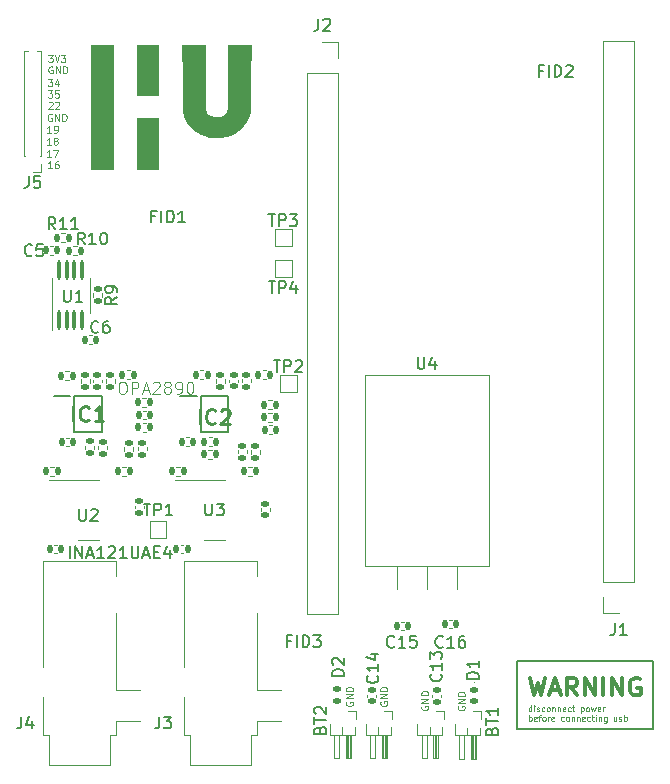
<source format=gbr>
%TF.GenerationSoftware,KiCad,Pcbnew,7.0.2-0*%
%TF.CreationDate,2023-06-05T11:27:31+02:00*%
%TF.ProjectId,Quest_EMG,51756573-745f-4454-9d47-2e6b69636164,rev?*%
%TF.SameCoordinates,Original*%
%TF.FileFunction,Legend,Top*%
%TF.FilePolarity,Positive*%
%FSLAX46Y46*%
G04 Gerber Fmt 4.6, Leading zero omitted, Abs format (unit mm)*
G04 Created by KiCad (PCBNEW 7.0.2-0) date 2023-06-05 11:27:31*
%MOMM*%
%LPD*%
G01*
G04 APERTURE LIST*
G04 Aperture macros list*
%AMRoundRect*
0 Rectangle with rounded corners*
0 $1 Rounding radius*
0 $2 $3 $4 $5 $6 $7 $8 $9 X,Y pos of 4 corners*
0 Add a 4 corners polygon primitive as box body*
4,1,4,$2,$3,$4,$5,$6,$7,$8,$9,$2,$3,0*
0 Add four circle primitives for the rounded corners*
1,1,$1+$1,$2,$3*
1,1,$1+$1,$4,$5*
1,1,$1+$1,$6,$7*
1,1,$1+$1,$8,$9*
0 Add four rect primitives between the rounded corners*
20,1,$1+$1,$2,$3,$4,$5,0*
20,1,$1+$1,$4,$5,$6,$7,0*
20,1,$1+$1,$6,$7,$8,$9,0*
20,1,$1+$1,$8,$9,$2,$3,0*%
G04 Aperture macros list end*
%ADD10C,0.150000*%
%ADD11C,0.100000*%
%ADD12C,0.300000*%
%ADD13C,0.254000*%
%ADD14C,0.120000*%
%ADD15C,0.200000*%
%ADD16C,1.500000*%
%ADD17RoundRect,0.135000X-0.185000X0.135000X-0.185000X-0.135000X0.185000X-0.135000X0.185000X0.135000X0*%
%ADD18O,1.450000X0.599999*%
%ADD19RoundRect,0.147500X0.172500X-0.147500X0.172500X0.147500X-0.172500X0.147500X-0.172500X-0.147500X0*%
%ADD20RoundRect,0.135000X-0.135000X-0.185000X0.135000X-0.185000X0.135000X0.185000X-0.135000X0.185000X0*%
%ADD21RoundRect,0.140000X-0.140000X-0.170000X0.140000X-0.170000X0.140000X0.170000X-0.140000X0.170000X0*%
%ADD22RoundRect,0.100000X0.100000X-0.712500X0.100000X0.712500X-0.100000X0.712500X-0.100000X-0.712500X0*%
%ADD23R,1.700000X1.700000*%
%ADD24O,1.700000X1.700000*%
%ADD25RoundRect,0.135000X0.185000X-0.135000X0.185000X0.135000X-0.185000X0.135000X-0.185000X-0.135000X0*%
%ADD26RoundRect,0.135000X0.135000X0.185000X-0.135000X0.185000X-0.135000X-0.185000X0.135000X-0.185000X0*%
%ADD27RoundRect,0.140000X0.170000X-0.140000X0.170000X0.140000X-0.170000X0.140000X-0.170000X-0.140000X0*%
%ADD28R,1.400000X0.300000*%
%ADD29O,3.500000X3.500000*%
%ADD30R,1.905000X2.000000*%
%ADD31O,1.905000X2.000000*%
%ADD32C,1.700000*%
%ADD33R,2.800000X2.200000*%
%ADD34R,2.800000X2.800000*%
%ADD35RoundRect,0.140000X0.140000X0.170000X-0.140000X0.170000X-0.140000X-0.170000X0.140000X-0.170000X0*%
%ADD36R,0.850000X0.850000*%
%ADD37O,0.850000X0.850000*%
%ADD38R,1.000000X1.000000*%
%ADD39RoundRect,0.147500X-0.172500X0.147500X-0.172500X-0.147500X0.172500X-0.147500X0.172500X0.147500X0*%
G04 APERTURE END LIST*
D10*
X127740000Y-72726000D02*
X139284000Y-72726000D01*
X139284000Y-78463000D01*
X127740000Y-78463000D01*
X127740000Y-72726000D01*
D11*
X88276142Y-29015571D02*
X87933285Y-29015571D01*
X88104714Y-29015571D02*
X88104714Y-28415571D01*
X88104714Y-28415571D02*
X88047571Y-28501285D01*
X88047571Y-28501285D02*
X87990428Y-28558428D01*
X87990428Y-28558428D02*
X87933285Y-28587000D01*
X88619000Y-28672714D02*
X88561857Y-28644142D01*
X88561857Y-28644142D02*
X88533286Y-28615571D01*
X88533286Y-28615571D02*
X88504714Y-28558428D01*
X88504714Y-28558428D02*
X88504714Y-28529857D01*
X88504714Y-28529857D02*
X88533286Y-28472714D01*
X88533286Y-28472714D02*
X88561857Y-28444142D01*
X88561857Y-28444142D02*
X88619000Y-28415571D01*
X88619000Y-28415571D02*
X88733286Y-28415571D01*
X88733286Y-28415571D02*
X88790429Y-28444142D01*
X88790429Y-28444142D02*
X88819000Y-28472714D01*
X88819000Y-28472714D02*
X88847571Y-28529857D01*
X88847571Y-28529857D02*
X88847571Y-28558428D01*
X88847571Y-28558428D02*
X88819000Y-28615571D01*
X88819000Y-28615571D02*
X88790429Y-28644142D01*
X88790429Y-28644142D02*
X88733286Y-28672714D01*
X88733286Y-28672714D02*
X88619000Y-28672714D01*
X88619000Y-28672714D02*
X88561857Y-28701285D01*
X88561857Y-28701285D02*
X88533286Y-28729857D01*
X88533286Y-28729857D02*
X88504714Y-28787000D01*
X88504714Y-28787000D02*
X88504714Y-28901285D01*
X88504714Y-28901285D02*
X88533286Y-28958428D01*
X88533286Y-28958428D02*
X88561857Y-28987000D01*
X88561857Y-28987000D02*
X88619000Y-29015571D01*
X88619000Y-29015571D02*
X88733286Y-29015571D01*
X88733286Y-29015571D02*
X88790429Y-28987000D01*
X88790429Y-28987000D02*
X88819000Y-28958428D01*
X88819000Y-28958428D02*
X88847571Y-28901285D01*
X88847571Y-28901285D02*
X88847571Y-28787000D01*
X88847571Y-28787000D02*
X88819000Y-28729857D01*
X88819000Y-28729857D02*
X88790429Y-28701285D01*
X88790429Y-28701285D02*
X88733286Y-28672714D01*
X88080285Y-25424714D02*
X88108857Y-25396142D01*
X88108857Y-25396142D02*
X88166000Y-25367571D01*
X88166000Y-25367571D02*
X88308857Y-25367571D01*
X88308857Y-25367571D02*
X88366000Y-25396142D01*
X88366000Y-25396142D02*
X88394571Y-25424714D01*
X88394571Y-25424714D02*
X88423142Y-25481857D01*
X88423142Y-25481857D02*
X88423142Y-25539000D01*
X88423142Y-25539000D02*
X88394571Y-25624714D01*
X88394571Y-25624714D02*
X88051714Y-25967571D01*
X88051714Y-25967571D02*
X88423142Y-25967571D01*
X88651714Y-25424714D02*
X88680286Y-25396142D01*
X88680286Y-25396142D02*
X88737429Y-25367571D01*
X88737429Y-25367571D02*
X88880286Y-25367571D01*
X88880286Y-25367571D02*
X88937429Y-25396142D01*
X88937429Y-25396142D02*
X88966000Y-25424714D01*
X88966000Y-25424714D02*
X88994571Y-25481857D01*
X88994571Y-25481857D02*
X88994571Y-25539000D01*
X88994571Y-25539000D02*
X88966000Y-25624714D01*
X88966000Y-25624714D02*
X88623143Y-25967571D01*
X88623143Y-25967571D02*
X88994571Y-25967571D01*
X88018714Y-23443571D02*
X88390142Y-23443571D01*
X88390142Y-23443571D02*
X88190142Y-23672142D01*
X88190142Y-23672142D02*
X88275857Y-23672142D01*
X88275857Y-23672142D02*
X88333000Y-23700714D01*
X88333000Y-23700714D02*
X88361571Y-23729285D01*
X88361571Y-23729285D02*
X88390142Y-23786428D01*
X88390142Y-23786428D02*
X88390142Y-23929285D01*
X88390142Y-23929285D02*
X88361571Y-23986428D01*
X88361571Y-23986428D02*
X88333000Y-24015000D01*
X88333000Y-24015000D02*
X88275857Y-24043571D01*
X88275857Y-24043571D02*
X88104428Y-24043571D01*
X88104428Y-24043571D02*
X88047285Y-24015000D01*
X88047285Y-24015000D02*
X88018714Y-23986428D01*
X88904429Y-23643571D02*
X88904429Y-24043571D01*
X88761571Y-23415000D02*
X88618714Y-23843571D01*
X88618714Y-23843571D02*
X88990143Y-23843571D01*
D12*
X128842285Y-74138428D02*
X129199428Y-75638428D01*
X129199428Y-75638428D02*
X129485142Y-74567000D01*
X129485142Y-74567000D02*
X129770857Y-75638428D01*
X129770857Y-75638428D02*
X130128000Y-74138428D01*
X130628000Y-75209857D02*
X131342286Y-75209857D01*
X130485143Y-75638428D02*
X130985143Y-74138428D01*
X130985143Y-74138428D02*
X131485143Y-75638428D01*
X132842285Y-75638428D02*
X132342285Y-74924142D01*
X131985142Y-75638428D02*
X131985142Y-74138428D01*
X131985142Y-74138428D02*
X132556571Y-74138428D01*
X132556571Y-74138428D02*
X132699428Y-74209857D01*
X132699428Y-74209857D02*
X132770857Y-74281285D01*
X132770857Y-74281285D02*
X132842285Y-74424142D01*
X132842285Y-74424142D02*
X132842285Y-74638428D01*
X132842285Y-74638428D02*
X132770857Y-74781285D01*
X132770857Y-74781285D02*
X132699428Y-74852714D01*
X132699428Y-74852714D02*
X132556571Y-74924142D01*
X132556571Y-74924142D02*
X131985142Y-74924142D01*
X133485142Y-75638428D02*
X133485142Y-74138428D01*
X133485142Y-74138428D02*
X134342285Y-75638428D01*
X134342285Y-75638428D02*
X134342285Y-74138428D01*
X135056571Y-75638428D02*
X135056571Y-74138428D01*
X135770857Y-75638428D02*
X135770857Y-74138428D01*
X135770857Y-74138428D02*
X136628000Y-75638428D01*
X136628000Y-75638428D02*
X136628000Y-74138428D01*
X138128001Y-74209857D02*
X137985144Y-74138428D01*
X137985144Y-74138428D02*
X137770858Y-74138428D01*
X137770858Y-74138428D02*
X137556572Y-74209857D01*
X137556572Y-74209857D02*
X137413715Y-74352714D01*
X137413715Y-74352714D02*
X137342286Y-74495571D01*
X137342286Y-74495571D02*
X137270858Y-74781285D01*
X137270858Y-74781285D02*
X137270858Y-74995571D01*
X137270858Y-74995571D02*
X137342286Y-75281285D01*
X137342286Y-75281285D02*
X137413715Y-75424142D01*
X137413715Y-75424142D02*
X137556572Y-75567000D01*
X137556572Y-75567000D02*
X137770858Y-75638428D01*
X137770858Y-75638428D02*
X137913715Y-75638428D01*
X137913715Y-75638428D02*
X138128001Y-75567000D01*
X138128001Y-75567000D02*
X138199429Y-75495571D01*
X138199429Y-75495571D02*
X138199429Y-74995571D01*
X138199429Y-74995571D02*
X137913715Y-74995571D01*
D11*
X88342142Y-26423142D02*
X88285000Y-26394571D01*
X88285000Y-26394571D02*
X88199285Y-26394571D01*
X88199285Y-26394571D02*
X88113571Y-26423142D01*
X88113571Y-26423142D02*
X88056428Y-26480285D01*
X88056428Y-26480285D02*
X88027857Y-26537428D01*
X88027857Y-26537428D02*
X87999285Y-26651714D01*
X87999285Y-26651714D02*
X87999285Y-26737428D01*
X87999285Y-26737428D02*
X88027857Y-26851714D01*
X88027857Y-26851714D02*
X88056428Y-26908857D01*
X88056428Y-26908857D02*
X88113571Y-26966000D01*
X88113571Y-26966000D02*
X88199285Y-26994571D01*
X88199285Y-26994571D02*
X88256428Y-26994571D01*
X88256428Y-26994571D02*
X88342142Y-26966000D01*
X88342142Y-26966000D02*
X88370714Y-26937428D01*
X88370714Y-26937428D02*
X88370714Y-26737428D01*
X88370714Y-26737428D02*
X88256428Y-26737428D01*
X88627857Y-26994571D02*
X88627857Y-26394571D01*
X88627857Y-26394571D02*
X88970714Y-26994571D01*
X88970714Y-26994571D02*
X88970714Y-26394571D01*
X89256428Y-26994571D02*
X89256428Y-26394571D01*
X89256428Y-26394571D02*
X89399285Y-26394571D01*
X89399285Y-26394571D02*
X89484999Y-26423142D01*
X89484999Y-26423142D02*
X89542142Y-26480285D01*
X89542142Y-26480285D02*
X89570713Y-26537428D01*
X89570713Y-26537428D02*
X89599285Y-26651714D01*
X89599285Y-26651714D02*
X89599285Y-26737428D01*
X89599285Y-26737428D02*
X89570713Y-26851714D01*
X89570713Y-26851714D02*
X89542142Y-26908857D01*
X89542142Y-26908857D02*
X89484999Y-26966000D01*
X89484999Y-26966000D02*
X89399285Y-26994571D01*
X89399285Y-26994571D02*
X89256428Y-26994571D01*
X119667142Y-76535857D02*
X119638571Y-76593000D01*
X119638571Y-76593000D02*
X119638571Y-76678714D01*
X119638571Y-76678714D02*
X119667142Y-76764428D01*
X119667142Y-76764428D02*
X119724285Y-76821571D01*
X119724285Y-76821571D02*
X119781428Y-76850142D01*
X119781428Y-76850142D02*
X119895714Y-76878714D01*
X119895714Y-76878714D02*
X119981428Y-76878714D01*
X119981428Y-76878714D02*
X120095714Y-76850142D01*
X120095714Y-76850142D02*
X120152857Y-76821571D01*
X120152857Y-76821571D02*
X120210000Y-76764428D01*
X120210000Y-76764428D02*
X120238571Y-76678714D01*
X120238571Y-76678714D02*
X120238571Y-76621571D01*
X120238571Y-76621571D02*
X120210000Y-76535857D01*
X120210000Y-76535857D02*
X120181428Y-76507285D01*
X120181428Y-76507285D02*
X119981428Y-76507285D01*
X119981428Y-76507285D02*
X119981428Y-76621571D01*
X120238571Y-76250142D02*
X119638571Y-76250142D01*
X119638571Y-76250142D02*
X120238571Y-75907285D01*
X120238571Y-75907285D02*
X119638571Y-75907285D01*
X120238571Y-75621571D02*
X119638571Y-75621571D01*
X119638571Y-75621571D02*
X119638571Y-75478714D01*
X119638571Y-75478714D02*
X119667142Y-75393000D01*
X119667142Y-75393000D02*
X119724285Y-75335857D01*
X119724285Y-75335857D02*
X119781428Y-75307286D01*
X119781428Y-75307286D02*
X119895714Y-75278714D01*
X119895714Y-75278714D02*
X119981428Y-75278714D01*
X119981428Y-75278714D02*
X120095714Y-75307286D01*
X120095714Y-75307286D02*
X120152857Y-75335857D01*
X120152857Y-75335857D02*
X120210000Y-75393000D01*
X120210000Y-75393000D02*
X120238571Y-75478714D01*
X120238571Y-75478714D02*
X120238571Y-75621571D01*
X88293142Y-30042571D02*
X87950285Y-30042571D01*
X88121714Y-30042571D02*
X88121714Y-29442571D01*
X88121714Y-29442571D02*
X88064571Y-29528285D01*
X88064571Y-29528285D02*
X88007428Y-29585428D01*
X88007428Y-29585428D02*
X87950285Y-29614000D01*
X88493143Y-29442571D02*
X88893143Y-29442571D01*
X88893143Y-29442571D02*
X88636000Y-30042571D01*
X88374142Y-31020571D02*
X88031285Y-31020571D01*
X88202714Y-31020571D02*
X88202714Y-30420571D01*
X88202714Y-30420571D02*
X88145571Y-30506285D01*
X88145571Y-30506285D02*
X88088428Y-30563428D01*
X88088428Y-30563428D02*
X88031285Y-30592000D01*
X88888429Y-30420571D02*
X88774143Y-30420571D01*
X88774143Y-30420571D02*
X88717000Y-30449142D01*
X88717000Y-30449142D02*
X88688429Y-30477714D01*
X88688429Y-30477714D02*
X88631286Y-30563428D01*
X88631286Y-30563428D02*
X88602714Y-30677714D01*
X88602714Y-30677714D02*
X88602714Y-30906285D01*
X88602714Y-30906285D02*
X88631286Y-30963428D01*
X88631286Y-30963428D02*
X88659857Y-30992000D01*
X88659857Y-30992000D02*
X88717000Y-31020571D01*
X88717000Y-31020571D02*
X88831286Y-31020571D01*
X88831286Y-31020571D02*
X88888429Y-30992000D01*
X88888429Y-30992000D02*
X88917000Y-30963428D01*
X88917000Y-30963428D02*
X88945571Y-30906285D01*
X88945571Y-30906285D02*
X88945571Y-30763428D01*
X88945571Y-30763428D02*
X88917000Y-30706285D01*
X88917000Y-30706285D02*
X88888429Y-30677714D01*
X88888429Y-30677714D02*
X88831286Y-30649142D01*
X88831286Y-30649142D02*
X88717000Y-30649142D01*
X88717000Y-30649142D02*
X88659857Y-30677714D01*
X88659857Y-30677714D02*
X88631286Y-30706285D01*
X88631286Y-30706285D02*
X88602714Y-30763428D01*
X88018714Y-24421571D02*
X88390142Y-24421571D01*
X88390142Y-24421571D02*
X88190142Y-24650142D01*
X88190142Y-24650142D02*
X88275857Y-24650142D01*
X88275857Y-24650142D02*
X88333000Y-24678714D01*
X88333000Y-24678714D02*
X88361571Y-24707285D01*
X88361571Y-24707285D02*
X88390142Y-24764428D01*
X88390142Y-24764428D02*
X88390142Y-24907285D01*
X88390142Y-24907285D02*
X88361571Y-24964428D01*
X88361571Y-24964428D02*
X88333000Y-24993000D01*
X88333000Y-24993000D02*
X88275857Y-25021571D01*
X88275857Y-25021571D02*
X88104428Y-25021571D01*
X88104428Y-25021571D02*
X88047285Y-24993000D01*
X88047285Y-24993000D02*
X88018714Y-24964428D01*
X88933000Y-24421571D02*
X88647286Y-24421571D01*
X88647286Y-24421571D02*
X88618714Y-24707285D01*
X88618714Y-24707285D02*
X88647286Y-24678714D01*
X88647286Y-24678714D02*
X88704429Y-24650142D01*
X88704429Y-24650142D02*
X88847286Y-24650142D01*
X88847286Y-24650142D02*
X88904429Y-24678714D01*
X88904429Y-24678714D02*
X88933000Y-24707285D01*
X88933000Y-24707285D02*
X88961571Y-24764428D01*
X88961571Y-24764428D02*
X88961571Y-24907285D01*
X88961571Y-24907285D02*
X88933000Y-24964428D01*
X88933000Y-24964428D02*
X88904429Y-24993000D01*
X88904429Y-24993000D02*
X88847286Y-25021571D01*
X88847286Y-25021571D02*
X88704429Y-25021571D01*
X88704429Y-25021571D02*
X88647286Y-24993000D01*
X88647286Y-24993000D02*
X88618714Y-24964428D01*
X128961333Y-76982809D02*
X128961333Y-76482809D01*
X128961333Y-76959000D02*
X128913714Y-76982809D01*
X128913714Y-76982809D02*
X128818476Y-76982809D01*
X128818476Y-76982809D02*
X128770857Y-76959000D01*
X128770857Y-76959000D02*
X128747047Y-76935190D01*
X128747047Y-76935190D02*
X128723238Y-76887571D01*
X128723238Y-76887571D02*
X128723238Y-76744714D01*
X128723238Y-76744714D02*
X128747047Y-76697095D01*
X128747047Y-76697095D02*
X128770857Y-76673285D01*
X128770857Y-76673285D02*
X128818476Y-76649476D01*
X128818476Y-76649476D02*
X128913714Y-76649476D01*
X128913714Y-76649476D02*
X128961333Y-76673285D01*
X129199428Y-76982809D02*
X129199428Y-76649476D01*
X129199428Y-76482809D02*
X129175619Y-76506619D01*
X129175619Y-76506619D02*
X129199428Y-76530428D01*
X129199428Y-76530428D02*
X129223238Y-76506619D01*
X129223238Y-76506619D02*
X129199428Y-76482809D01*
X129199428Y-76482809D02*
X129199428Y-76530428D01*
X129413714Y-76959000D02*
X129461333Y-76982809D01*
X129461333Y-76982809D02*
X129556571Y-76982809D01*
X129556571Y-76982809D02*
X129604190Y-76959000D01*
X129604190Y-76959000D02*
X129627999Y-76911380D01*
X129627999Y-76911380D02*
X129627999Y-76887571D01*
X129627999Y-76887571D02*
X129604190Y-76839952D01*
X129604190Y-76839952D02*
X129556571Y-76816142D01*
X129556571Y-76816142D02*
X129485142Y-76816142D01*
X129485142Y-76816142D02*
X129437523Y-76792333D01*
X129437523Y-76792333D02*
X129413714Y-76744714D01*
X129413714Y-76744714D02*
X129413714Y-76720904D01*
X129413714Y-76720904D02*
X129437523Y-76673285D01*
X129437523Y-76673285D02*
X129485142Y-76649476D01*
X129485142Y-76649476D02*
X129556571Y-76649476D01*
X129556571Y-76649476D02*
X129604190Y-76673285D01*
X130056571Y-76959000D02*
X130008952Y-76982809D01*
X130008952Y-76982809D02*
X129913714Y-76982809D01*
X129913714Y-76982809D02*
X129866095Y-76959000D01*
X129866095Y-76959000D02*
X129842285Y-76935190D01*
X129842285Y-76935190D02*
X129818476Y-76887571D01*
X129818476Y-76887571D02*
X129818476Y-76744714D01*
X129818476Y-76744714D02*
X129842285Y-76697095D01*
X129842285Y-76697095D02*
X129866095Y-76673285D01*
X129866095Y-76673285D02*
X129913714Y-76649476D01*
X129913714Y-76649476D02*
X130008952Y-76649476D01*
X130008952Y-76649476D02*
X130056571Y-76673285D01*
X130342285Y-76982809D02*
X130294666Y-76959000D01*
X130294666Y-76959000D02*
X130270856Y-76935190D01*
X130270856Y-76935190D02*
X130247047Y-76887571D01*
X130247047Y-76887571D02*
X130247047Y-76744714D01*
X130247047Y-76744714D02*
X130270856Y-76697095D01*
X130270856Y-76697095D02*
X130294666Y-76673285D01*
X130294666Y-76673285D02*
X130342285Y-76649476D01*
X130342285Y-76649476D02*
X130413713Y-76649476D01*
X130413713Y-76649476D02*
X130461332Y-76673285D01*
X130461332Y-76673285D02*
X130485142Y-76697095D01*
X130485142Y-76697095D02*
X130508951Y-76744714D01*
X130508951Y-76744714D02*
X130508951Y-76887571D01*
X130508951Y-76887571D02*
X130485142Y-76935190D01*
X130485142Y-76935190D02*
X130461332Y-76959000D01*
X130461332Y-76959000D02*
X130413713Y-76982809D01*
X130413713Y-76982809D02*
X130342285Y-76982809D01*
X130723237Y-76649476D02*
X130723237Y-76982809D01*
X130723237Y-76697095D02*
X130747047Y-76673285D01*
X130747047Y-76673285D02*
X130794666Y-76649476D01*
X130794666Y-76649476D02*
X130866094Y-76649476D01*
X130866094Y-76649476D02*
X130913713Y-76673285D01*
X130913713Y-76673285D02*
X130937523Y-76720904D01*
X130937523Y-76720904D02*
X130937523Y-76982809D01*
X131175618Y-76649476D02*
X131175618Y-76982809D01*
X131175618Y-76697095D02*
X131199428Y-76673285D01*
X131199428Y-76673285D02*
X131247047Y-76649476D01*
X131247047Y-76649476D02*
X131318475Y-76649476D01*
X131318475Y-76649476D02*
X131366094Y-76673285D01*
X131366094Y-76673285D02*
X131389904Y-76720904D01*
X131389904Y-76720904D02*
X131389904Y-76982809D01*
X131818475Y-76959000D02*
X131770856Y-76982809D01*
X131770856Y-76982809D02*
X131675618Y-76982809D01*
X131675618Y-76982809D02*
X131627999Y-76959000D01*
X131627999Y-76959000D02*
X131604190Y-76911380D01*
X131604190Y-76911380D02*
X131604190Y-76720904D01*
X131604190Y-76720904D02*
X131627999Y-76673285D01*
X131627999Y-76673285D02*
X131675618Y-76649476D01*
X131675618Y-76649476D02*
X131770856Y-76649476D01*
X131770856Y-76649476D02*
X131818475Y-76673285D01*
X131818475Y-76673285D02*
X131842285Y-76720904D01*
X131842285Y-76720904D02*
X131842285Y-76768523D01*
X131842285Y-76768523D02*
X131604190Y-76816142D01*
X132270856Y-76959000D02*
X132223237Y-76982809D01*
X132223237Y-76982809D02*
X132127999Y-76982809D01*
X132127999Y-76982809D02*
X132080380Y-76959000D01*
X132080380Y-76959000D02*
X132056570Y-76935190D01*
X132056570Y-76935190D02*
X132032761Y-76887571D01*
X132032761Y-76887571D02*
X132032761Y-76744714D01*
X132032761Y-76744714D02*
X132056570Y-76697095D01*
X132056570Y-76697095D02*
X132080380Y-76673285D01*
X132080380Y-76673285D02*
X132127999Y-76649476D01*
X132127999Y-76649476D02*
X132223237Y-76649476D01*
X132223237Y-76649476D02*
X132270856Y-76673285D01*
X132413713Y-76649476D02*
X132604189Y-76649476D01*
X132485141Y-76482809D02*
X132485141Y-76911380D01*
X132485141Y-76911380D02*
X132508951Y-76959000D01*
X132508951Y-76959000D02*
X132556570Y-76982809D01*
X132556570Y-76982809D02*
X132604189Y-76982809D01*
X133151807Y-76649476D02*
X133151807Y-77149476D01*
X133151807Y-76673285D02*
X133199426Y-76649476D01*
X133199426Y-76649476D02*
X133294664Y-76649476D01*
X133294664Y-76649476D02*
X133342283Y-76673285D01*
X133342283Y-76673285D02*
X133366093Y-76697095D01*
X133366093Y-76697095D02*
X133389902Y-76744714D01*
X133389902Y-76744714D02*
X133389902Y-76887571D01*
X133389902Y-76887571D02*
X133366093Y-76935190D01*
X133366093Y-76935190D02*
X133342283Y-76959000D01*
X133342283Y-76959000D02*
X133294664Y-76982809D01*
X133294664Y-76982809D02*
X133199426Y-76982809D01*
X133199426Y-76982809D02*
X133151807Y-76959000D01*
X133675617Y-76982809D02*
X133627998Y-76959000D01*
X133627998Y-76959000D02*
X133604188Y-76935190D01*
X133604188Y-76935190D02*
X133580379Y-76887571D01*
X133580379Y-76887571D02*
X133580379Y-76744714D01*
X133580379Y-76744714D02*
X133604188Y-76697095D01*
X133604188Y-76697095D02*
X133627998Y-76673285D01*
X133627998Y-76673285D02*
X133675617Y-76649476D01*
X133675617Y-76649476D02*
X133747045Y-76649476D01*
X133747045Y-76649476D02*
X133794664Y-76673285D01*
X133794664Y-76673285D02*
X133818474Y-76697095D01*
X133818474Y-76697095D02*
X133842283Y-76744714D01*
X133842283Y-76744714D02*
X133842283Y-76887571D01*
X133842283Y-76887571D02*
X133818474Y-76935190D01*
X133818474Y-76935190D02*
X133794664Y-76959000D01*
X133794664Y-76959000D02*
X133747045Y-76982809D01*
X133747045Y-76982809D02*
X133675617Y-76982809D01*
X134008950Y-76649476D02*
X134104188Y-76982809D01*
X134104188Y-76982809D02*
X134199426Y-76744714D01*
X134199426Y-76744714D02*
X134294664Y-76982809D01*
X134294664Y-76982809D02*
X134389902Y-76649476D01*
X134770855Y-76959000D02*
X134723236Y-76982809D01*
X134723236Y-76982809D02*
X134627998Y-76982809D01*
X134627998Y-76982809D02*
X134580379Y-76959000D01*
X134580379Y-76959000D02*
X134556570Y-76911380D01*
X134556570Y-76911380D02*
X134556570Y-76720904D01*
X134556570Y-76720904D02*
X134580379Y-76673285D01*
X134580379Y-76673285D02*
X134627998Y-76649476D01*
X134627998Y-76649476D02*
X134723236Y-76649476D01*
X134723236Y-76649476D02*
X134770855Y-76673285D01*
X134770855Y-76673285D02*
X134794665Y-76720904D01*
X134794665Y-76720904D02*
X134794665Y-76768523D01*
X134794665Y-76768523D02*
X134556570Y-76816142D01*
X135008950Y-76982809D02*
X135008950Y-76649476D01*
X135008950Y-76744714D02*
X135032760Y-76697095D01*
X135032760Y-76697095D02*
X135056569Y-76673285D01*
X135056569Y-76673285D02*
X135104188Y-76649476D01*
X135104188Y-76649476D02*
X135151807Y-76649476D01*
X128747047Y-77792809D02*
X128747047Y-77292809D01*
X128747047Y-77483285D02*
X128794666Y-77459476D01*
X128794666Y-77459476D02*
X128889904Y-77459476D01*
X128889904Y-77459476D02*
X128937523Y-77483285D01*
X128937523Y-77483285D02*
X128961333Y-77507095D01*
X128961333Y-77507095D02*
X128985142Y-77554714D01*
X128985142Y-77554714D02*
X128985142Y-77697571D01*
X128985142Y-77697571D02*
X128961333Y-77745190D01*
X128961333Y-77745190D02*
X128937523Y-77769000D01*
X128937523Y-77769000D02*
X128889904Y-77792809D01*
X128889904Y-77792809D02*
X128794666Y-77792809D01*
X128794666Y-77792809D02*
X128747047Y-77769000D01*
X129389904Y-77769000D02*
X129342285Y-77792809D01*
X129342285Y-77792809D02*
X129247047Y-77792809D01*
X129247047Y-77792809D02*
X129199428Y-77769000D01*
X129199428Y-77769000D02*
X129175619Y-77721380D01*
X129175619Y-77721380D02*
X129175619Y-77530904D01*
X129175619Y-77530904D02*
X129199428Y-77483285D01*
X129199428Y-77483285D02*
X129247047Y-77459476D01*
X129247047Y-77459476D02*
X129342285Y-77459476D01*
X129342285Y-77459476D02*
X129389904Y-77483285D01*
X129389904Y-77483285D02*
X129413714Y-77530904D01*
X129413714Y-77530904D02*
X129413714Y-77578523D01*
X129413714Y-77578523D02*
X129175619Y-77626142D01*
X129556571Y-77459476D02*
X129747047Y-77459476D01*
X129627999Y-77792809D02*
X129627999Y-77364238D01*
X129627999Y-77364238D02*
X129651809Y-77316619D01*
X129651809Y-77316619D02*
X129699428Y-77292809D01*
X129699428Y-77292809D02*
X129747047Y-77292809D01*
X129985142Y-77792809D02*
X129937523Y-77769000D01*
X129937523Y-77769000D02*
X129913713Y-77745190D01*
X129913713Y-77745190D02*
X129889904Y-77697571D01*
X129889904Y-77697571D02*
X129889904Y-77554714D01*
X129889904Y-77554714D02*
X129913713Y-77507095D01*
X129913713Y-77507095D02*
X129937523Y-77483285D01*
X129937523Y-77483285D02*
X129985142Y-77459476D01*
X129985142Y-77459476D02*
X130056570Y-77459476D01*
X130056570Y-77459476D02*
X130104189Y-77483285D01*
X130104189Y-77483285D02*
X130127999Y-77507095D01*
X130127999Y-77507095D02*
X130151808Y-77554714D01*
X130151808Y-77554714D02*
X130151808Y-77697571D01*
X130151808Y-77697571D02*
X130127999Y-77745190D01*
X130127999Y-77745190D02*
X130104189Y-77769000D01*
X130104189Y-77769000D02*
X130056570Y-77792809D01*
X130056570Y-77792809D02*
X129985142Y-77792809D01*
X130366094Y-77792809D02*
X130366094Y-77459476D01*
X130366094Y-77554714D02*
X130389904Y-77507095D01*
X130389904Y-77507095D02*
X130413713Y-77483285D01*
X130413713Y-77483285D02*
X130461332Y-77459476D01*
X130461332Y-77459476D02*
X130508951Y-77459476D01*
X130866094Y-77769000D02*
X130818475Y-77792809D01*
X130818475Y-77792809D02*
X130723237Y-77792809D01*
X130723237Y-77792809D02*
X130675618Y-77769000D01*
X130675618Y-77769000D02*
X130651809Y-77721380D01*
X130651809Y-77721380D02*
X130651809Y-77530904D01*
X130651809Y-77530904D02*
X130675618Y-77483285D01*
X130675618Y-77483285D02*
X130723237Y-77459476D01*
X130723237Y-77459476D02*
X130818475Y-77459476D01*
X130818475Y-77459476D02*
X130866094Y-77483285D01*
X130866094Y-77483285D02*
X130889904Y-77530904D01*
X130889904Y-77530904D02*
X130889904Y-77578523D01*
X130889904Y-77578523D02*
X130651809Y-77626142D01*
X131699427Y-77769000D02*
X131651808Y-77792809D01*
X131651808Y-77792809D02*
X131556570Y-77792809D01*
X131556570Y-77792809D02*
X131508951Y-77769000D01*
X131508951Y-77769000D02*
X131485141Y-77745190D01*
X131485141Y-77745190D02*
X131461332Y-77697571D01*
X131461332Y-77697571D02*
X131461332Y-77554714D01*
X131461332Y-77554714D02*
X131485141Y-77507095D01*
X131485141Y-77507095D02*
X131508951Y-77483285D01*
X131508951Y-77483285D02*
X131556570Y-77459476D01*
X131556570Y-77459476D02*
X131651808Y-77459476D01*
X131651808Y-77459476D02*
X131699427Y-77483285D01*
X131985141Y-77792809D02*
X131937522Y-77769000D01*
X131937522Y-77769000D02*
X131913712Y-77745190D01*
X131913712Y-77745190D02*
X131889903Y-77697571D01*
X131889903Y-77697571D02*
X131889903Y-77554714D01*
X131889903Y-77554714D02*
X131913712Y-77507095D01*
X131913712Y-77507095D02*
X131937522Y-77483285D01*
X131937522Y-77483285D02*
X131985141Y-77459476D01*
X131985141Y-77459476D02*
X132056569Y-77459476D01*
X132056569Y-77459476D02*
X132104188Y-77483285D01*
X132104188Y-77483285D02*
X132127998Y-77507095D01*
X132127998Y-77507095D02*
X132151807Y-77554714D01*
X132151807Y-77554714D02*
X132151807Y-77697571D01*
X132151807Y-77697571D02*
X132127998Y-77745190D01*
X132127998Y-77745190D02*
X132104188Y-77769000D01*
X132104188Y-77769000D02*
X132056569Y-77792809D01*
X132056569Y-77792809D02*
X131985141Y-77792809D01*
X132366093Y-77459476D02*
X132366093Y-77792809D01*
X132366093Y-77507095D02*
X132389903Y-77483285D01*
X132389903Y-77483285D02*
X132437522Y-77459476D01*
X132437522Y-77459476D02*
X132508950Y-77459476D01*
X132508950Y-77459476D02*
X132556569Y-77483285D01*
X132556569Y-77483285D02*
X132580379Y-77530904D01*
X132580379Y-77530904D02*
X132580379Y-77792809D01*
X132818474Y-77459476D02*
X132818474Y-77792809D01*
X132818474Y-77507095D02*
X132842284Y-77483285D01*
X132842284Y-77483285D02*
X132889903Y-77459476D01*
X132889903Y-77459476D02*
X132961331Y-77459476D01*
X132961331Y-77459476D02*
X133008950Y-77483285D01*
X133008950Y-77483285D02*
X133032760Y-77530904D01*
X133032760Y-77530904D02*
X133032760Y-77792809D01*
X133461331Y-77769000D02*
X133413712Y-77792809D01*
X133413712Y-77792809D02*
X133318474Y-77792809D01*
X133318474Y-77792809D02*
X133270855Y-77769000D01*
X133270855Y-77769000D02*
X133247046Y-77721380D01*
X133247046Y-77721380D02*
X133247046Y-77530904D01*
X133247046Y-77530904D02*
X133270855Y-77483285D01*
X133270855Y-77483285D02*
X133318474Y-77459476D01*
X133318474Y-77459476D02*
X133413712Y-77459476D01*
X133413712Y-77459476D02*
X133461331Y-77483285D01*
X133461331Y-77483285D02*
X133485141Y-77530904D01*
X133485141Y-77530904D02*
X133485141Y-77578523D01*
X133485141Y-77578523D02*
X133247046Y-77626142D01*
X133913712Y-77769000D02*
X133866093Y-77792809D01*
X133866093Y-77792809D02*
X133770855Y-77792809D01*
X133770855Y-77792809D02*
X133723236Y-77769000D01*
X133723236Y-77769000D02*
X133699426Y-77745190D01*
X133699426Y-77745190D02*
X133675617Y-77697571D01*
X133675617Y-77697571D02*
X133675617Y-77554714D01*
X133675617Y-77554714D02*
X133699426Y-77507095D01*
X133699426Y-77507095D02*
X133723236Y-77483285D01*
X133723236Y-77483285D02*
X133770855Y-77459476D01*
X133770855Y-77459476D02*
X133866093Y-77459476D01*
X133866093Y-77459476D02*
X133913712Y-77483285D01*
X134056569Y-77459476D02*
X134247045Y-77459476D01*
X134127997Y-77292809D02*
X134127997Y-77721380D01*
X134127997Y-77721380D02*
X134151807Y-77769000D01*
X134151807Y-77769000D02*
X134199426Y-77792809D01*
X134199426Y-77792809D02*
X134247045Y-77792809D01*
X134413711Y-77792809D02*
X134413711Y-77459476D01*
X134413711Y-77292809D02*
X134389902Y-77316619D01*
X134389902Y-77316619D02*
X134413711Y-77340428D01*
X134413711Y-77340428D02*
X134437521Y-77316619D01*
X134437521Y-77316619D02*
X134413711Y-77292809D01*
X134413711Y-77292809D02*
X134413711Y-77340428D01*
X134651806Y-77459476D02*
X134651806Y-77792809D01*
X134651806Y-77507095D02*
X134675616Y-77483285D01*
X134675616Y-77483285D02*
X134723235Y-77459476D01*
X134723235Y-77459476D02*
X134794663Y-77459476D01*
X134794663Y-77459476D02*
X134842282Y-77483285D01*
X134842282Y-77483285D02*
X134866092Y-77530904D01*
X134866092Y-77530904D02*
X134866092Y-77792809D01*
X135318473Y-77459476D02*
X135318473Y-77864238D01*
X135318473Y-77864238D02*
X135294663Y-77911857D01*
X135294663Y-77911857D02*
X135270854Y-77935666D01*
X135270854Y-77935666D02*
X135223235Y-77959476D01*
X135223235Y-77959476D02*
X135151806Y-77959476D01*
X135151806Y-77959476D02*
X135104187Y-77935666D01*
X135318473Y-77769000D02*
X135270854Y-77792809D01*
X135270854Y-77792809D02*
X135175616Y-77792809D01*
X135175616Y-77792809D02*
X135127997Y-77769000D01*
X135127997Y-77769000D02*
X135104187Y-77745190D01*
X135104187Y-77745190D02*
X135080378Y-77697571D01*
X135080378Y-77697571D02*
X135080378Y-77554714D01*
X135080378Y-77554714D02*
X135104187Y-77507095D01*
X135104187Y-77507095D02*
X135127997Y-77483285D01*
X135127997Y-77483285D02*
X135175616Y-77459476D01*
X135175616Y-77459476D02*
X135270854Y-77459476D01*
X135270854Y-77459476D02*
X135318473Y-77483285D01*
X136151806Y-77459476D02*
X136151806Y-77792809D01*
X135937520Y-77459476D02*
X135937520Y-77721380D01*
X135937520Y-77721380D02*
X135961330Y-77769000D01*
X135961330Y-77769000D02*
X136008949Y-77792809D01*
X136008949Y-77792809D02*
X136080377Y-77792809D01*
X136080377Y-77792809D02*
X136127996Y-77769000D01*
X136127996Y-77769000D02*
X136151806Y-77745190D01*
X136366092Y-77769000D02*
X136413711Y-77792809D01*
X136413711Y-77792809D02*
X136508949Y-77792809D01*
X136508949Y-77792809D02*
X136556568Y-77769000D01*
X136556568Y-77769000D02*
X136580377Y-77721380D01*
X136580377Y-77721380D02*
X136580377Y-77697571D01*
X136580377Y-77697571D02*
X136556568Y-77649952D01*
X136556568Y-77649952D02*
X136508949Y-77626142D01*
X136508949Y-77626142D02*
X136437520Y-77626142D01*
X136437520Y-77626142D02*
X136389901Y-77602333D01*
X136389901Y-77602333D02*
X136366092Y-77554714D01*
X136366092Y-77554714D02*
X136366092Y-77530904D01*
X136366092Y-77530904D02*
X136389901Y-77483285D01*
X136389901Y-77483285D02*
X136437520Y-77459476D01*
X136437520Y-77459476D02*
X136508949Y-77459476D01*
X136508949Y-77459476D02*
X136556568Y-77483285D01*
X136794663Y-77792809D02*
X136794663Y-77292809D01*
X136794663Y-77483285D02*
X136842282Y-77459476D01*
X136842282Y-77459476D02*
X136937520Y-77459476D01*
X136937520Y-77459476D02*
X136985139Y-77483285D01*
X136985139Y-77483285D02*
X137008949Y-77507095D01*
X137008949Y-77507095D02*
X137032758Y-77554714D01*
X137032758Y-77554714D02*
X137032758Y-77697571D01*
X137032758Y-77697571D02*
X137008949Y-77745190D01*
X137008949Y-77745190D02*
X136985139Y-77769000D01*
X136985139Y-77769000D02*
X136937520Y-77792809D01*
X136937520Y-77792809D02*
X136842282Y-77792809D01*
X136842282Y-77792809D02*
X136794663Y-77769000D01*
X88407142Y-22413142D02*
X88350000Y-22384571D01*
X88350000Y-22384571D02*
X88264285Y-22384571D01*
X88264285Y-22384571D02*
X88178571Y-22413142D01*
X88178571Y-22413142D02*
X88121428Y-22470285D01*
X88121428Y-22470285D02*
X88092857Y-22527428D01*
X88092857Y-22527428D02*
X88064285Y-22641714D01*
X88064285Y-22641714D02*
X88064285Y-22727428D01*
X88064285Y-22727428D02*
X88092857Y-22841714D01*
X88092857Y-22841714D02*
X88121428Y-22898857D01*
X88121428Y-22898857D02*
X88178571Y-22956000D01*
X88178571Y-22956000D02*
X88264285Y-22984571D01*
X88264285Y-22984571D02*
X88321428Y-22984571D01*
X88321428Y-22984571D02*
X88407142Y-22956000D01*
X88407142Y-22956000D02*
X88435714Y-22927428D01*
X88435714Y-22927428D02*
X88435714Y-22727428D01*
X88435714Y-22727428D02*
X88321428Y-22727428D01*
X88692857Y-22984571D02*
X88692857Y-22384571D01*
X88692857Y-22384571D02*
X89035714Y-22984571D01*
X89035714Y-22984571D02*
X89035714Y-22384571D01*
X89321428Y-22984571D02*
X89321428Y-22384571D01*
X89321428Y-22384571D02*
X89464285Y-22384571D01*
X89464285Y-22384571D02*
X89549999Y-22413142D01*
X89549999Y-22413142D02*
X89607142Y-22470285D01*
X89607142Y-22470285D02*
X89635713Y-22527428D01*
X89635713Y-22527428D02*
X89664285Y-22641714D01*
X89664285Y-22641714D02*
X89664285Y-22727428D01*
X89664285Y-22727428D02*
X89635713Y-22841714D01*
X89635713Y-22841714D02*
X89607142Y-22898857D01*
X89607142Y-22898857D02*
X89549999Y-22956000D01*
X89549999Y-22956000D02*
X89464285Y-22984571D01*
X89464285Y-22984571D02*
X89321428Y-22984571D01*
X88051714Y-21405571D02*
X88423142Y-21405571D01*
X88423142Y-21405571D02*
X88223142Y-21634142D01*
X88223142Y-21634142D02*
X88308857Y-21634142D01*
X88308857Y-21634142D02*
X88366000Y-21662714D01*
X88366000Y-21662714D02*
X88394571Y-21691285D01*
X88394571Y-21691285D02*
X88423142Y-21748428D01*
X88423142Y-21748428D02*
X88423142Y-21891285D01*
X88423142Y-21891285D02*
X88394571Y-21948428D01*
X88394571Y-21948428D02*
X88366000Y-21977000D01*
X88366000Y-21977000D02*
X88308857Y-22005571D01*
X88308857Y-22005571D02*
X88137428Y-22005571D01*
X88137428Y-22005571D02*
X88080285Y-21977000D01*
X88080285Y-21977000D02*
X88051714Y-21948428D01*
X88594571Y-21405571D02*
X88794571Y-22005571D01*
X88794571Y-22005571D02*
X88994571Y-21405571D01*
X89137429Y-21405571D02*
X89508857Y-21405571D01*
X89508857Y-21405571D02*
X89308857Y-21634142D01*
X89308857Y-21634142D02*
X89394572Y-21634142D01*
X89394572Y-21634142D02*
X89451715Y-21662714D01*
X89451715Y-21662714D02*
X89480286Y-21691285D01*
X89480286Y-21691285D02*
X89508857Y-21748428D01*
X89508857Y-21748428D02*
X89508857Y-21891285D01*
X89508857Y-21891285D02*
X89480286Y-21948428D01*
X89480286Y-21948428D02*
X89451715Y-21977000D01*
X89451715Y-21977000D02*
X89394572Y-22005571D01*
X89394572Y-22005571D02*
X89223143Y-22005571D01*
X89223143Y-22005571D02*
X89166000Y-21977000D01*
X89166000Y-21977000D02*
X89137429Y-21948428D01*
X88293142Y-28005571D02*
X87950285Y-28005571D01*
X88121714Y-28005571D02*
X88121714Y-27405571D01*
X88121714Y-27405571D02*
X88064571Y-27491285D01*
X88064571Y-27491285D02*
X88007428Y-27548428D01*
X88007428Y-27548428D02*
X87950285Y-27577000D01*
X88578857Y-28005571D02*
X88693143Y-28005571D01*
X88693143Y-28005571D02*
X88750286Y-27977000D01*
X88750286Y-27977000D02*
X88778857Y-27948428D01*
X88778857Y-27948428D02*
X88836000Y-27862714D01*
X88836000Y-27862714D02*
X88864571Y-27748428D01*
X88864571Y-27748428D02*
X88864571Y-27519857D01*
X88864571Y-27519857D02*
X88836000Y-27462714D01*
X88836000Y-27462714D02*
X88807429Y-27434142D01*
X88807429Y-27434142D02*
X88750286Y-27405571D01*
X88750286Y-27405571D02*
X88636000Y-27405571D01*
X88636000Y-27405571D02*
X88578857Y-27434142D01*
X88578857Y-27434142D02*
X88550286Y-27462714D01*
X88550286Y-27462714D02*
X88521714Y-27519857D01*
X88521714Y-27519857D02*
X88521714Y-27662714D01*
X88521714Y-27662714D02*
X88550286Y-27719857D01*
X88550286Y-27719857D02*
X88578857Y-27748428D01*
X88578857Y-27748428D02*
X88636000Y-27777000D01*
X88636000Y-27777000D02*
X88750286Y-27777000D01*
X88750286Y-27777000D02*
X88807429Y-27748428D01*
X88807429Y-27748428D02*
X88836000Y-27719857D01*
X88836000Y-27719857D02*
X88864571Y-27662714D01*
X122741142Y-76566857D02*
X122712571Y-76624000D01*
X122712571Y-76624000D02*
X122712571Y-76709714D01*
X122712571Y-76709714D02*
X122741142Y-76795428D01*
X122741142Y-76795428D02*
X122798285Y-76852571D01*
X122798285Y-76852571D02*
X122855428Y-76881142D01*
X122855428Y-76881142D02*
X122969714Y-76909714D01*
X122969714Y-76909714D02*
X123055428Y-76909714D01*
X123055428Y-76909714D02*
X123169714Y-76881142D01*
X123169714Y-76881142D02*
X123226857Y-76852571D01*
X123226857Y-76852571D02*
X123284000Y-76795428D01*
X123284000Y-76795428D02*
X123312571Y-76709714D01*
X123312571Y-76709714D02*
X123312571Y-76652571D01*
X123312571Y-76652571D02*
X123284000Y-76566857D01*
X123284000Y-76566857D02*
X123255428Y-76538285D01*
X123255428Y-76538285D02*
X123055428Y-76538285D01*
X123055428Y-76538285D02*
X123055428Y-76652571D01*
X123312571Y-76281142D02*
X122712571Y-76281142D01*
X122712571Y-76281142D02*
X123312571Y-75938285D01*
X123312571Y-75938285D02*
X122712571Y-75938285D01*
X123312571Y-75652571D02*
X122712571Y-75652571D01*
X122712571Y-75652571D02*
X122712571Y-75509714D01*
X122712571Y-75509714D02*
X122741142Y-75424000D01*
X122741142Y-75424000D02*
X122798285Y-75366857D01*
X122798285Y-75366857D02*
X122855428Y-75338286D01*
X122855428Y-75338286D02*
X122969714Y-75309714D01*
X122969714Y-75309714D02*
X123055428Y-75309714D01*
X123055428Y-75309714D02*
X123169714Y-75338286D01*
X123169714Y-75338286D02*
X123226857Y-75366857D01*
X123226857Y-75366857D02*
X123284000Y-75424000D01*
X123284000Y-75424000D02*
X123312571Y-75509714D01*
X123312571Y-75509714D02*
X123312571Y-75652571D01*
X113292142Y-76184857D02*
X113263571Y-76242000D01*
X113263571Y-76242000D02*
X113263571Y-76327714D01*
X113263571Y-76327714D02*
X113292142Y-76413428D01*
X113292142Y-76413428D02*
X113349285Y-76470571D01*
X113349285Y-76470571D02*
X113406428Y-76499142D01*
X113406428Y-76499142D02*
X113520714Y-76527714D01*
X113520714Y-76527714D02*
X113606428Y-76527714D01*
X113606428Y-76527714D02*
X113720714Y-76499142D01*
X113720714Y-76499142D02*
X113777857Y-76470571D01*
X113777857Y-76470571D02*
X113835000Y-76413428D01*
X113835000Y-76413428D02*
X113863571Y-76327714D01*
X113863571Y-76327714D02*
X113863571Y-76270571D01*
X113863571Y-76270571D02*
X113835000Y-76184857D01*
X113835000Y-76184857D02*
X113806428Y-76156285D01*
X113806428Y-76156285D02*
X113606428Y-76156285D01*
X113606428Y-76156285D02*
X113606428Y-76270571D01*
X113863571Y-75899142D02*
X113263571Y-75899142D01*
X113263571Y-75899142D02*
X113863571Y-75556285D01*
X113863571Y-75556285D02*
X113263571Y-75556285D01*
X113863571Y-75270571D02*
X113263571Y-75270571D01*
X113263571Y-75270571D02*
X113263571Y-75127714D01*
X113263571Y-75127714D02*
X113292142Y-75042000D01*
X113292142Y-75042000D02*
X113349285Y-74984857D01*
X113349285Y-74984857D02*
X113406428Y-74956286D01*
X113406428Y-74956286D02*
X113520714Y-74927714D01*
X113520714Y-74927714D02*
X113606428Y-74927714D01*
X113606428Y-74927714D02*
X113720714Y-74956286D01*
X113720714Y-74956286D02*
X113777857Y-74984857D01*
X113777857Y-74984857D02*
X113835000Y-75042000D01*
X113835000Y-75042000D02*
X113863571Y-75127714D01*
X113863571Y-75127714D02*
X113863571Y-75270571D01*
X116193142Y-76181857D02*
X116164571Y-76239000D01*
X116164571Y-76239000D02*
X116164571Y-76324714D01*
X116164571Y-76324714D02*
X116193142Y-76410428D01*
X116193142Y-76410428D02*
X116250285Y-76467571D01*
X116250285Y-76467571D02*
X116307428Y-76496142D01*
X116307428Y-76496142D02*
X116421714Y-76524714D01*
X116421714Y-76524714D02*
X116507428Y-76524714D01*
X116507428Y-76524714D02*
X116621714Y-76496142D01*
X116621714Y-76496142D02*
X116678857Y-76467571D01*
X116678857Y-76467571D02*
X116736000Y-76410428D01*
X116736000Y-76410428D02*
X116764571Y-76324714D01*
X116764571Y-76324714D02*
X116764571Y-76267571D01*
X116764571Y-76267571D02*
X116736000Y-76181857D01*
X116736000Y-76181857D02*
X116707428Y-76153285D01*
X116707428Y-76153285D02*
X116507428Y-76153285D01*
X116507428Y-76153285D02*
X116507428Y-76267571D01*
X116764571Y-75896142D02*
X116164571Y-75896142D01*
X116164571Y-75896142D02*
X116764571Y-75553285D01*
X116764571Y-75553285D02*
X116164571Y-75553285D01*
X116764571Y-75267571D02*
X116164571Y-75267571D01*
X116164571Y-75267571D02*
X116164571Y-75124714D01*
X116164571Y-75124714D02*
X116193142Y-75039000D01*
X116193142Y-75039000D02*
X116250285Y-74981857D01*
X116250285Y-74981857D02*
X116307428Y-74953286D01*
X116307428Y-74953286D02*
X116421714Y-74924714D01*
X116421714Y-74924714D02*
X116507428Y-74924714D01*
X116507428Y-74924714D02*
X116621714Y-74953286D01*
X116621714Y-74953286D02*
X116678857Y-74981857D01*
X116678857Y-74981857D02*
X116736000Y-75039000D01*
X116736000Y-75039000D02*
X116764571Y-75124714D01*
X116764571Y-75124714D02*
X116764571Y-75267571D01*
D10*
%TO.C,FID1*%
X97109571Y-35067309D02*
X96776238Y-35067309D01*
X96776238Y-35591119D02*
X96776238Y-34591119D01*
X96776238Y-34591119D02*
X97252428Y-34591119D01*
X97633381Y-35591119D02*
X97633381Y-34591119D01*
X98109571Y-35591119D02*
X98109571Y-34591119D01*
X98109571Y-34591119D02*
X98347666Y-34591119D01*
X98347666Y-34591119D02*
X98490523Y-34638738D01*
X98490523Y-34638738D02*
X98585761Y-34733976D01*
X98585761Y-34733976D02*
X98633380Y-34829214D01*
X98633380Y-34829214D02*
X98680999Y-35019690D01*
X98680999Y-35019690D02*
X98680999Y-35162547D01*
X98680999Y-35162547D02*
X98633380Y-35353023D01*
X98633380Y-35353023D02*
X98585761Y-35448261D01*
X98585761Y-35448261D02*
X98490523Y-35543500D01*
X98490523Y-35543500D02*
X98347666Y-35591119D01*
X98347666Y-35591119D02*
X98109571Y-35591119D01*
X99633380Y-35591119D02*
X99061952Y-35591119D01*
X99347666Y-35591119D02*
X99347666Y-34591119D01*
X99347666Y-34591119D02*
X99252428Y-34733976D01*
X99252428Y-34733976D02*
X99157190Y-34829214D01*
X99157190Y-34829214D02*
X99061952Y-34876833D01*
%TO.C,R9*%
X93874619Y-41918666D02*
X93398428Y-42251999D01*
X93874619Y-42490094D02*
X92874619Y-42490094D01*
X92874619Y-42490094D02*
X92874619Y-42109142D01*
X92874619Y-42109142D02*
X92922238Y-42013904D01*
X92922238Y-42013904D02*
X92969857Y-41966285D01*
X92969857Y-41966285D02*
X93065095Y-41918666D01*
X93065095Y-41918666D02*
X93207952Y-41918666D01*
X93207952Y-41918666D02*
X93303190Y-41966285D01*
X93303190Y-41966285D02*
X93350809Y-42013904D01*
X93350809Y-42013904D02*
X93398428Y-42109142D01*
X93398428Y-42109142D02*
X93398428Y-42490094D01*
X93874619Y-41442475D02*
X93874619Y-41251999D01*
X93874619Y-41251999D02*
X93827000Y-41156761D01*
X93827000Y-41156761D02*
X93779380Y-41109142D01*
X93779380Y-41109142D02*
X93636523Y-41013904D01*
X93636523Y-41013904D02*
X93446047Y-40966285D01*
X93446047Y-40966285D02*
X93065095Y-40966285D01*
X93065095Y-40966285D02*
X92969857Y-41013904D01*
X92969857Y-41013904D02*
X92922238Y-41061523D01*
X92922238Y-41061523D02*
X92874619Y-41156761D01*
X92874619Y-41156761D02*
X92874619Y-41347237D01*
X92874619Y-41347237D02*
X92922238Y-41442475D01*
X92922238Y-41442475D02*
X92969857Y-41490094D01*
X92969857Y-41490094D02*
X93065095Y-41537713D01*
X93065095Y-41537713D02*
X93303190Y-41537713D01*
X93303190Y-41537713D02*
X93398428Y-41490094D01*
X93398428Y-41490094D02*
X93446047Y-41442475D01*
X93446047Y-41442475D02*
X93493666Y-41347237D01*
X93493666Y-41347237D02*
X93493666Y-41156761D01*
X93493666Y-41156761D02*
X93446047Y-41061523D01*
X93446047Y-41061523D02*
X93398428Y-41013904D01*
X93398428Y-41013904D02*
X93303190Y-40966285D01*
%TO.C,U2*%
X90662095Y-59852619D02*
X90662095Y-60662142D01*
X90662095Y-60662142D02*
X90709714Y-60757380D01*
X90709714Y-60757380D02*
X90757333Y-60805000D01*
X90757333Y-60805000D02*
X90852571Y-60852619D01*
X90852571Y-60852619D02*
X91043047Y-60852619D01*
X91043047Y-60852619D02*
X91138285Y-60805000D01*
X91138285Y-60805000D02*
X91185904Y-60757380D01*
X91185904Y-60757380D02*
X91233523Y-60662142D01*
X91233523Y-60662142D02*
X91233523Y-59852619D01*
X91662095Y-59947857D02*
X91709714Y-59900238D01*
X91709714Y-59900238D02*
X91804952Y-59852619D01*
X91804952Y-59852619D02*
X92043047Y-59852619D01*
X92043047Y-59852619D02*
X92138285Y-59900238D01*
X92138285Y-59900238D02*
X92185904Y-59947857D01*
X92185904Y-59947857D02*
X92233523Y-60043095D01*
X92233523Y-60043095D02*
X92233523Y-60138333D01*
X92233523Y-60138333D02*
X92185904Y-60281190D01*
X92185904Y-60281190D02*
X91614476Y-60852619D01*
X91614476Y-60852619D02*
X92233523Y-60852619D01*
%TO.C,D2*%
X113094619Y-73982094D02*
X112094619Y-73982094D01*
X112094619Y-73982094D02*
X112094619Y-73743999D01*
X112094619Y-73743999D02*
X112142238Y-73601142D01*
X112142238Y-73601142D02*
X112237476Y-73505904D01*
X112237476Y-73505904D02*
X112332714Y-73458285D01*
X112332714Y-73458285D02*
X112523190Y-73410666D01*
X112523190Y-73410666D02*
X112666047Y-73410666D01*
X112666047Y-73410666D02*
X112856523Y-73458285D01*
X112856523Y-73458285D02*
X112951761Y-73505904D01*
X112951761Y-73505904D02*
X113047000Y-73601142D01*
X113047000Y-73601142D02*
X113094619Y-73743999D01*
X113094619Y-73743999D02*
X113094619Y-73982094D01*
X112189857Y-73029713D02*
X112142238Y-72982094D01*
X112142238Y-72982094D02*
X112094619Y-72886856D01*
X112094619Y-72886856D02*
X112094619Y-72648761D01*
X112094619Y-72648761D02*
X112142238Y-72553523D01*
X112142238Y-72553523D02*
X112189857Y-72505904D01*
X112189857Y-72505904D02*
X112285095Y-72458285D01*
X112285095Y-72458285D02*
X112380333Y-72458285D01*
X112380333Y-72458285D02*
X112523190Y-72505904D01*
X112523190Y-72505904D02*
X113094619Y-73077332D01*
X113094619Y-73077332D02*
X113094619Y-72458285D01*
%TO.C,R11*%
X88658142Y-36175619D02*
X88324809Y-35699428D01*
X88086714Y-36175619D02*
X88086714Y-35175619D01*
X88086714Y-35175619D02*
X88467666Y-35175619D01*
X88467666Y-35175619D02*
X88562904Y-35223238D01*
X88562904Y-35223238D02*
X88610523Y-35270857D01*
X88610523Y-35270857D02*
X88658142Y-35366095D01*
X88658142Y-35366095D02*
X88658142Y-35508952D01*
X88658142Y-35508952D02*
X88610523Y-35604190D01*
X88610523Y-35604190D02*
X88562904Y-35651809D01*
X88562904Y-35651809D02*
X88467666Y-35699428D01*
X88467666Y-35699428D02*
X88086714Y-35699428D01*
X89610523Y-36175619D02*
X89039095Y-36175619D01*
X89324809Y-36175619D02*
X89324809Y-35175619D01*
X89324809Y-35175619D02*
X89229571Y-35318476D01*
X89229571Y-35318476D02*
X89134333Y-35413714D01*
X89134333Y-35413714D02*
X89039095Y-35461333D01*
X90562904Y-36175619D02*
X89991476Y-36175619D01*
X90277190Y-36175619D02*
X90277190Y-35175619D01*
X90277190Y-35175619D02*
X90181952Y-35318476D01*
X90181952Y-35318476D02*
X90086714Y-35413714D01*
X90086714Y-35413714D02*
X89991476Y-35461333D01*
%TO.C,U1*%
X89370095Y-41306619D02*
X89370095Y-42116142D01*
X89370095Y-42116142D02*
X89417714Y-42211380D01*
X89417714Y-42211380D02*
X89465333Y-42259000D01*
X89465333Y-42259000D02*
X89560571Y-42306619D01*
X89560571Y-42306619D02*
X89751047Y-42306619D01*
X89751047Y-42306619D02*
X89846285Y-42259000D01*
X89846285Y-42259000D02*
X89893904Y-42211380D01*
X89893904Y-42211380D02*
X89941523Y-42116142D01*
X89941523Y-42116142D02*
X89941523Y-41306619D01*
X90941523Y-42306619D02*
X90370095Y-42306619D01*
X90655809Y-42306619D02*
X90655809Y-41306619D01*
X90655809Y-41306619D02*
X90560571Y-41449476D01*
X90560571Y-41449476D02*
X90465333Y-41544714D01*
X90465333Y-41544714D02*
X90370095Y-41592333D01*
%TO.C,J1*%
X136016666Y-69542619D02*
X136016666Y-70256904D01*
X136016666Y-70256904D02*
X135969047Y-70399761D01*
X135969047Y-70399761D02*
X135873809Y-70495000D01*
X135873809Y-70495000D02*
X135730952Y-70542619D01*
X135730952Y-70542619D02*
X135635714Y-70542619D01*
X137016666Y-70542619D02*
X136445238Y-70542619D01*
X136730952Y-70542619D02*
X136730952Y-69542619D01*
X136730952Y-69542619D02*
X136635714Y-69685476D01*
X136635714Y-69685476D02*
X136540476Y-69780714D01*
X136540476Y-69780714D02*
X136445238Y-69828333D01*
%TO.C,C14*%
X115912380Y-73974857D02*
X115960000Y-74022476D01*
X115960000Y-74022476D02*
X116007619Y-74165333D01*
X116007619Y-74165333D02*
X116007619Y-74260571D01*
X116007619Y-74260571D02*
X115960000Y-74403428D01*
X115960000Y-74403428D02*
X115864761Y-74498666D01*
X115864761Y-74498666D02*
X115769523Y-74546285D01*
X115769523Y-74546285D02*
X115579047Y-74593904D01*
X115579047Y-74593904D02*
X115436190Y-74593904D01*
X115436190Y-74593904D02*
X115245714Y-74546285D01*
X115245714Y-74546285D02*
X115150476Y-74498666D01*
X115150476Y-74498666D02*
X115055238Y-74403428D01*
X115055238Y-74403428D02*
X115007619Y-74260571D01*
X115007619Y-74260571D02*
X115007619Y-74165333D01*
X115007619Y-74165333D02*
X115055238Y-74022476D01*
X115055238Y-74022476D02*
X115102857Y-73974857D01*
X116007619Y-73022476D02*
X116007619Y-73593904D01*
X116007619Y-73308190D02*
X115007619Y-73308190D01*
X115007619Y-73308190D02*
X115150476Y-73403428D01*
X115150476Y-73403428D02*
X115245714Y-73498666D01*
X115245714Y-73498666D02*
X115293333Y-73593904D01*
X115340952Y-72165333D02*
X116007619Y-72165333D01*
X114960000Y-72403428D02*
X115674285Y-72641523D01*
X115674285Y-72641523D02*
X115674285Y-72022476D01*
D13*
%TO.C,IC1*%
X90169237Y-52415526D02*
X90169237Y-51145526D01*
X91499714Y-52294573D02*
X91439238Y-52355050D01*
X91439238Y-52355050D02*
X91257809Y-52415526D01*
X91257809Y-52415526D02*
X91136857Y-52415526D01*
X91136857Y-52415526D02*
X90955428Y-52355050D01*
X90955428Y-52355050D02*
X90834476Y-52234097D01*
X90834476Y-52234097D02*
X90773999Y-52113145D01*
X90773999Y-52113145D02*
X90713523Y-51871240D01*
X90713523Y-51871240D02*
X90713523Y-51689811D01*
X90713523Y-51689811D02*
X90773999Y-51447907D01*
X90773999Y-51447907D02*
X90834476Y-51326954D01*
X90834476Y-51326954D02*
X90955428Y-51206002D01*
X90955428Y-51206002D02*
X91136857Y-51145526D01*
X91136857Y-51145526D02*
X91257809Y-51145526D01*
X91257809Y-51145526D02*
X91439238Y-51206002D01*
X91439238Y-51206002D02*
X91499714Y-51266478D01*
X92709238Y-52415526D02*
X91983523Y-52415526D01*
X92346380Y-52415526D02*
X92346380Y-51145526D01*
X92346380Y-51145526D02*
X92225428Y-51326954D01*
X92225428Y-51326954D02*
X92104476Y-51447907D01*
X92104476Y-51447907D02*
X91983523Y-51508383D01*
D11*
X94250571Y-49095619D02*
X94441047Y-49095619D01*
X94441047Y-49095619D02*
X94536285Y-49143238D01*
X94536285Y-49143238D02*
X94631523Y-49238476D01*
X94631523Y-49238476D02*
X94679142Y-49428952D01*
X94679142Y-49428952D02*
X94679142Y-49762285D01*
X94679142Y-49762285D02*
X94631523Y-49952761D01*
X94631523Y-49952761D02*
X94536285Y-50048000D01*
X94536285Y-50048000D02*
X94441047Y-50095619D01*
X94441047Y-50095619D02*
X94250571Y-50095619D01*
X94250571Y-50095619D02*
X94155333Y-50048000D01*
X94155333Y-50048000D02*
X94060095Y-49952761D01*
X94060095Y-49952761D02*
X94012476Y-49762285D01*
X94012476Y-49762285D02*
X94012476Y-49428952D01*
X94012476Y-49428952D02*
X94060095Y-49238476D01*
X94060095Y-49238476D02*
X94155333Y-49143238D01*
X94155333Y-49143238D02*
X94250571Y-49095619D01*
X95107714Y-50095619D02*
X95107714Y-49095619D01*
X95107714Y-49095619D02*
X95488666Y-49095619D01*
X95488666Y-49095619D02*
X95583904Y-49143238D01*
X95583904Y-49143238D02*
X95631523Y-49190857D01*
X95631523Y-49190857D02*
X95679142Y-49286095D01*
X95679142Y-49286095D02*
X95679142Y-49428952D01*
X95679142Y-49428952D02*
X95631523Y-49524190D01*
X95631523Y-49524190D02*
X95583904Y-49571809D01*
X95583904Y-49571809D02*
X95488666Y-49619428D01*
X95488666Y-49619428D02*
X95107714Y-49619428D01*
X96060095Y-49809904D02*
X96536285Y-49809904D01*
X95964857Y-50095619D02*
X96298190Y-49095619D01*
X96298190Y-49095619D02*
X96631523Y-50095619D01*
X96917238Y-49190857D02*
X96964857Y-49143238D01*
X96964857Y-49143238D02*
X97060095Y-49095619D01*
X97060095Y-49095619D02*
X97298190Y-49095619D01*
X97298190Y-49095619D02*
X97393428Y-49143238D01*
X97393428Y-49143238D02*
X97441047Y-49190857D01*
X97441047Y-49190857D02*
X97488666Y-49286095D01*
X97488666Y-49286095D02*
X97488666Y-49381333D01*
X97488666Y-49381333D02*
X97441047Y-49524190D01*
X97441047Y-49524190D02*
X96869619Y-50095619D01*
X96869619Y-50095619D02*
X97488666Y-50095619D01*
X98060095Y-49524190D02*
X97964857Y-49476571D01*
X97964857Y-49476571D02*
X97917238Y-49428952D01*
X97917238Y-49428952D02*
X97869619Y-49333714D01*
X97869619Y-49333714D02*
X97869619Y-49286095D01*
X97869619Y-49286095D02*
X97917238Y-49190857D01*
X97917238Y-49190857D02*
X97964857Y-49143238D01*
X97964857Y-49143238D02*
X98060095Y-49095619D01*
X98060095Y-49095619D02*
X98250571Y-49095619D01*
X98250571Y-49095619D02*
X98345809Y-49143238D01*
X98345809Y-49143238D02*
X98393428Y-49190857D01*
X98393428Y-49190857D02*
X98441047Y-49286095D01*
X98441047Y-49286095D02*
X98441047Y-49333714D01*
X98441047Y-49333714D02*
X98393428Y-49428952D01*
X98393428Y-49428952D02*
X98345809Y-49476571D01*
X98345809Y-49476571D02*
X98250571Y-49524190D01*
X98250571Y-49524190D02*
X98060095Y-49524190D01*
X98060095Y-49524190D02*
X97964857Y-49571809D01*
X97964857Y-49571809D02*
X97917238Y-49619428D01*
X97917238Y-49619428D02*
X97869619Y-49714666D01*
X97869619Y-49714666D02*
X97869619Y-49905142D01*
X97869619Y-49905142D02*
X97917238Y-50000380D01*
X97917238Y-50000380D02*
X97964857Y-50048000D01*
X97964857Y-50048000D02*
X98060095Y-50095619D01*
X98060095Y-50095619D02*
X98250571Y-50095619D01*
X98250571Y-50095619D02*
X98345809Y-50048000D01*
X98345809Y-50048000D02*
X98393428Y-50000380D01*
X98393428Y-50000380D02*
X98441047Y-49905142D01*
X98441047Y-49905142D02*
X98441047Y-49714666D01*
X98441047Y-49714666D02*
X98393428Y-49619428D01*
X98393428Y-49619428D02*
X98345809Y-49571809D01*
X98345809Y-49571809D02*
X98250571Y-49524190D01*
X98917238Y-50095619D02*
X99107714Y-50095619D01*
X99107714Y-50095619D02*
X99202952Y-50048000D01*
X99202952Y-50048000D02*
X99250571Y-50000380D01*
X99250571Y-50000380D02*
X99345809Y-49857523D01*
X99345809Y-49857523D02*
X99393428Y-49667047D01*
X99393428Y-49667047D02*
X99393428Y-49286095D01*
X99393428Y-49286095D02*
X99345809Y-49190857D01*
X99345809Y-49190857D02*
X99298190Y-49143238D01*
X99298190Y-49143238D02*
X99202952Y-49095619D01*
X99202952Y-49095619D02*
X99012476Y-49095619D01*
X99012476Y-49095619D02*
X98917238Y-49143238D01*
X98917238Y-49143238D02*
X98869619Y-49190857D01*
X98869619Y-49190857D02*
X98822000Y-49286095D01*
X98822000Y-49286095D02*
X98822000Y-49524190D01*
X98822000Y-49524190D02*
X98869619Y-49619428D01*
X98869619Y-49619428D02*
X98917238Y-49667047D01*
X98917238Y-49667047D02*
X99012476Y-49714666D01*
X99012476Y-49714666D02*
X99202952Y-49714666D01*
X99202952Y-49714666D02*
X99298190Y-49667047D01*
X99298190Y-49667047D02*
X99345809Y-49619428D01*
X99345809Y-49619428D02*
X99393428Y-49524190D01*
X100012476Y-49095619D02*
X100107714Y-49095619D01*
X100107714Y-49095619D02*
X100202952Y-49143238D01*
X100202952Y-49143238D02*
X100250571Y-49190857D01*
X100250571Y-49190857D02*
X100298190Y-49286095D01*
X100298190Y-49286095D02*
X100345809Y-49476571D01*
X100345809Y-49476571D02*
X100345809Y-49714666D01*
X100345809Y-49714666D02*
X100298190Y-49905142D01*
X100298190Y-49905142D02*
X100250571Y-50000380D01*
X100250571Y-50000380D02*
X100202952Y-50048000D01*
X100202952Y-50048000D02*
X100107714Y-50095619D01*
X100107714Y-50095619D02*
X100012476Y-50095619D01*
X100012476Y-50095619D02*
X99917238Y-50048000D01*
X99917238Y-50048000D02*
X99869619Y-50000380D01*
X99869619Y-50000380D02*
X99822000Y-49905142D01*
X99822000Y-49905142D02*
X99774381Y-49714666D01*
X99774381Y-49714666D02*
X99774381Y-49476571D01*
X99774381Y-49476571D02*
X99822000Y-49286095D01*
X99822000Y-49286095D02*
X99869619Y-49190857D01*
X99869619Y-49190857D02*
X99917238Y-49143238D01*
X99917238Y-49143238D02*
X100012476Y-49095619D01*
D10*
%TO.C,R10*%
X91127142Y-37455619D02*
X90793809Y-36979428D01*
X90555714Y-37455619D02*
X90555714Y-36455619D01*
X90555714Y-36455619D02*
X90936666Y-36455619D01*
X90936666Y-36455619D02*
X91031904Y-36503238D01*
X91031904Y-36503238D02*
X91079523Y-36550857D01*
X91079523Y-36550857D02*
X91127142Y-36646095D01*
X91127142Y-36646095D02*
X91127142Y-36788952D01*
X91127142Y-36788952D02*
X91079523Y-36884190D01*
X91079523Y-36884190D02*
X91031904Y-36931809D01*
X91031904Y-36931809D02*
X90936666Y-36979428D01*
X90936666Y-36979428D02*
X90555714Y-36979428D01*
X92079523Y-37455619D02*
X91508095Y-37455619D01*
X91793809Y-37455619D02*
X91793809Y-36455619D01*
X91793809Y-36455619D02*
X91698571Y-36598476D01*
X91698571Y-36598476D02*
X91603333Y-36693714D01*
X91603333Y-36693714D02*
X91508095Y-36741333D01*
X92698571Y-36455619D02*
X92793809Y-36455619D01*
X92793809Y-36455619D02*
X92889047Y-36503238D01*
X92889047Y-36503238D02*
X92936666Y-36550857D01*
X92936666Y-36550857D02*
X92984285Y-36646095D01*
X92984285Y-36646095D02*
X93031904Y-36836571D01*
X93031904Y-36836571D02*
X93031904Y-37074666D01*
X93031904Y-37074666D02*
X92984285Y-37265142D01*
X92984285Y-37265142D02*
X92936666Y-37360380D01*
X92936666Y-37360380D02*
X92889047Y-37408000D01*
X92889047Y-37408000D02*
X92793809Y-37455619D01*
X92793809Y-37455619D02*
X92698571Y-37455619D01*
X92698571Y-37455619D02*
X92603333Y-37408000D01*
X92603333Y-37408000D02*
X92555714Y-37360380D01*
X92555714Y-37360380D02*
X92508095Y-37265142D01*
X92508095Y-37265142D02*
X92460476Y-37074666D01*
X92460476Y-37074666D02*
X92460476Y-36836571D01*
X92460476Y-36836571D02*
X92508095Y-36646095D01*
X92508095Y-36646095D02*
X92555714Y-36550857D01*
X92555714Y-36550857D02*
X92603333Y-36503238D01*
X92603333Y-36503238D02*
X92698571Y-36455619D01*
%TO.C,U4*%
X119327095Y-47001619D02*
X119327095Y-47811142D01*
X119327095Y-47811142D02*
X119374714Y-47906380D01*
X119374714Y-47906380D02*
X119422333Y-47954000D01*
X119422333Y-47954000D02*
X119517571Y-48001619D01*
X119517571Y-48001619D02*
X119708047Y-48001619D01*
X119708047Y-48001619D02*
X119803285Y-47954000D01*
X119803285Y-47954000D02*
X119850904Y-47906380D01*
X119850904Y-47906380D02*
X119898523Y-47811142D01*
X119898523Y-47811142D02*
X119898523Y-47001619D01*
X120803285Y-47334952D02*
X120803285Y-48001619D01*
X120565190Y-46954000D02*
X120327095Y-47668285D01*
X120327095Y-47668285D02*
X120946142Y-47668285D01*
%TO.C,J3*%
X97456666Y-77440619D02*
X97456666Y-78154904D01*
X97456666Y-78154904D02*
X97409047Y-78297761D01*
X97409047Y-78297761D02*
X97313809Y-78393000D01*
X97313809Y-78393000D02*
X97170952Y-78440619D01*
X97170952Y-78440619D02*
X97075714Y-78440619D01*
X97837619Y-77440619D02*
X98456666Y-77440619D01*
X98456666Y-77440619D02*
X98123333Y-77821571D01*
X98123333Y-77821571D02*
X98266190Y-77821571D01*
X98266190Y-77821571D02*
X98361428Y-77869190D01*
X98361428Y-77869190D02*
X98409047Y-77916809D01*
X98409047Y-77916809D02*
X98456666Y-78012047D01*
X98456666Y-78012047D02*
X98456666Y-78250142D01*
X98456666Y-78250142D02*
X98409047Y-78345380D01*
X98409047Y-78345380D02*
X98361428Y-78393000D01*
X98361428Y-78393000D02*
X98266190Y-78440619D01*
X98266190Y-78440619D02*
X97980476Y-78440619D01*
X97980476Y-78440619D02*
X97885238Y-78393000D01*
X97885238Y-78393000D02*
X97837619Y-78345380D01*
%TO.C,C16*%
X121456142Y-71503380D02*
X121408523Y-71551000D01*
X121408523Y-71551000D02*
X121265666Y-71598619D01*
X121265666Y-71598619D02*
X121170428Y-71598619D01*
X121170428Y-71598619D02*
X121027571Y-71551000D01*
X121027571Y-71551000D02*
X120932333Y-71455761D01*
X120932333Y-71455761D02*
X120884714Y-71360523D01*
X120884714Y-71360523D02*
X120837095Y-71170047D01*
X120837095Y-71170047D02*
X120837095Y-71027190D01*
X120837095Y-71027190D02*
X120884714Y-70836714D01*
X120884714Y-70836714D02*
X120932333Y-70741476D01*
X120932333Y-70741476D02*
X121027571Y-70646238D01*
X121027571Y-70646238D02*
X121170428Y-70598619D01*
X121170428Y-70598619D02*
X121265666Y-70598619D01*
X121265666Y-70598619D02*
X121408523Y-70646238D01*
X121408523Y-70646238D02*
X121456142Y-70693857D01*
X122408523Y-71598619D02*
X121837095Y-71598619D01*
X122122809Y-71598619D02*
X122122809Y-70598619D01*
X122122809Y-70598619D02*
X122027571Y-70741476D01*
X122027571Y-70741476D02*
X121932333Y-70836714D01*
X121932333Y-70836714D02*
X121837095Y-70884333D01*
X123265666Y-70598619D02*
X123075190Y-70598619D01*
X123075190Y-70598619D02*
X122979952Y-70646238D01*
X122979952Y-70646238D02*
X122932333Y-70693857D01*
X122932333Y-70693857D02*
X122837095Y-70836714D01*
X122837095Y-70836714D02*
X122789476Y-71027190D01*
X122789476Y-71027190D02*
X122789476Y-71408142D01*
X122789476Y-71408142D02*
X122837095Y-71503380D01*
X122837095Y-71503380D02*
X122884714Y-71551000D01*
X122884714Y-71551000D02*
X122979952Y-71598619D01*
X122979952Y-71598619D02*
X123170428Y-71598619D01*
X123170428Y-71598619D02*
X123265666Y-71551000D01*
X123265666Y-71551000D02*
X123313285Y-71503380D01*
X123313285Y-71503380D02*
X123360904Y-71408142D01*
X123360904Y-71408142D02*
X123360904Y-71170047D01*
X123360904Y-71170047D02*
X123313285Y-71074809D01*
X123313285Y-71074809D02*
X123265666Y-71027190D01*
X123265666Y-71027190D02*
X123170428Y-70979571D01*
X123170428Y-70979571D02*
X122979952Y-70979571D01*
X122979952Y-70979571D02*
X122884714Y-71027190D01*
X122884714Y-71027190D02*
X122837095Y-71074809D01*
X122837095Y-71074809D02*
X122789476Y-71170047D01*
%TO.C,BT2*%
X111064809Y-78555714D02*
X111112428Y-78412857D01*
X111112428Y-78412857D02*
X111160047Y-78365238D01*
X111160047Y-78365238D02*
X111255285Y-78317619D01*
X111255285Y-78317619D02*
X111398142Y-78317619D01*
X111398142Y-78317619D02*
X111493380Y-78365238D01*
X111493380Y-78365238D02*
X111541000Y-78412857D01*
X111541000Y-78412857D02*
X111588619Y-78508095D01*
X111588619Y-78508095D02*
X111588619Y-78889047D01*
X111588619Y-78889047D02*
X110588619Y-78889047D01*
X110588619Y-78889047D02*
X110588619Y-78555714D01*
X110588619Y-78555714D02*
X110636238Y-78460476D01*
X110636238Y-78460476D02*
X110683857Y-78412857D01*
X110683857Y-78412857D02*
X110779095Y-78365238D01*
X110779095Y-78365238D02*
X110874333Y-78365238D01*
X110874333Y-78365238D02*
X110969571Y-78412857D01*
X110969571Y-78412857D02*
X111017190Y-78460476D01*
X111017190Y-78460476D02*
X111064809Y-78555714D01*
X111064809Y-78555714D02*
X111064809Y-78889047D01*
X110588619Y-78031904D02*
X110588619Y-77460476D01*
X111588619Y-77746190D02*
X110588619Y-77746190D01*
X110683857Y-77174761D02*
X110636238Y-77127142D01*
X110636238Y-77127142D02*
X110588619Y-77031904D01*
X110588619Y-77031904D02*
X110588619Y-76793809D01*
X110588619Y-76793809D02*
X110636238Y-76698571D01*
X110636238Y-76698571D02*
X110683857Y-76650952D01*
X110683857Y-76650952D02*
X110779095Y-76603333D01*
X110779095Y-76603333D02*
X110874333Y-76603333D01*
X110874333Y-76603333D02*
X111017190Y-76650952D01*
X111017190Y-76650952D02*
X111588619Y-77222380D01*
X111588619Y-77222380D02*
X111588619Y-76603333D01*
%TO.C,C5*%
X86669333Y-38355380D02*
X86621714Y-38403000D01*
X86621714Y-38403000D02*
X86478857Y-38450619D01*
X86478857Y-38450619D02*
X86383619Y-38450619D01*
X86383619Y-38450619D02*
X86240762Y-38403000D01*
X86240762Y-38403000D02*
X86145524Y-38307761D01*
X86145524Y-38307761D02*
X86097905Y-38212523D01*
X86097905Y-38212523D02*
X86050286Y-38022047D01*
X86050286Y-38022047D02*
X86050286Y-37879190D01*
X86050286Y-37879190D02*
X86097905Y-37688714D01*
X86097905Y-37688714D02*
X86145524Y-37593476D01*
X86145524Y-37593476D02*
X86240762Y-37498238D01*
X86240762Y-37498238D02*
X86383619Y-37450619D01*
X86383619Y-37450619D02*
X86478857Y-37450619D01*
X86478857Y-37450619D02*
X86621714Y-37498238D01*
X86621714Y-37498238D02*
X86669333Y-37545857D01*
X87574095Y-37450619D02*
X87097905Y-37450619D01*
X87097905Y-37450619D02*
X87050286Y-37926809D01*
X87050286Y-37926809D02*
X87097905Y-37879190D01*
X87097905Y-37879190D02*
X87193143Y-37831571D01*
X87193143Y-37831571D02*
X87431238Y-37831571D01*
X87431238Y-37831571D02*
X87526476Y-37879190D01*
X87526476Y-37879190D02*
X87574095Y-37926809D01*
X87574095Y-37926809D02*
X87621714Y-38022047D01*
X87621714Y-38022047D02*
X87621714Y-38260142D01*
X87621714Y-38260142D02*
X87574095Y-38355380D01*
X87574095Y-38355380D02*
X87526476Y-38403000D01*
X87526476Y-38403000D02*
X87431238Y-38450619D01*
X87431238Y-38450619D02*
X87193143Y-38450619D01*
X87193143Y-38450619D02*
X87097905Y-38403000D01*
X87097905Y-38403000D02*
X87050286Y-38355380D01*
%TO.C,TP2*%
X107129095Y-47257619D02*
X107700523Y-47257619D01*
X107414809Y-48257619D02*
X107414809Y-47257619D01*
X108033857Y-48257619D02*
X108033857Y-47257619D01*
X108033857Y-47257619D02*
X108414809Y-47257619D01*
X108414809Y-47257619D02*
X108510047Y-47305238D01*
X108510047Y-47305238D02*
X108557666Y-47352857D01*
X108557666Y-47352857D02*
X108605285Y-47448095D01*
X108605285Y-47448095D02*
X108605285Y-47590952D01*
X108605285Y-47590952D02*
X108557666Y-47686190D01*
X108557666Y-47686190D02*
X108510047Y-47733809D01*
X108510047Y-47733809D02*
X108414809Y-47781428D01*
X108414809Y-47781428D02*
X108033857Y-47781428D01*
X108986238Y-47352857D02*
X109033857Y-47305238D01*
X109033857Y-47305238D02*
X109129095Y-47257619D01*
X109129095Y-47257619D02*
X109367190Y-47257619D01*
X109367190Y-47257619D02*
X109462428Y-47305238D01*
X109462428Y-47305238D02*
X109510047Y-47352857D01*
X109510047Y-47352857D02*
X109557666Y-47448095D01*
X109557666Y-47448095D02*
X109557666Y-47543333D01*
X109557666Y-47543333D02*
X109510047Y-47686190D01*
X109510047Y-47686190D02*
X108938619Y-48257619D01*
X108938619Y-48257619D02*
X109557666Y-48257619D01*
%TO.C,J5*%
X86390666Y-31679619D02*
X86390666Y-32393904D01*
X86390666Y-32393904D02*
X86343047Y-32536761D01*
X86343047Y-32536761D02*
X86247809Y-32632000D01*
X86247809Y-32632000D02*
X86104952Y-32679619D01*
X86104952Y-32679619D02*
X86009714Y-32679619D01*
X87343047Y-31679619D02*
X86866857Y-31679619D01*
X86866857Y-31679619D02*
X86819238Y-32155809D01*
X86819238Y-32155809D02*
X86866857Y-32108190D01*
X86866857Y-32108190D02*
X86962095Y-32060571D01*
X86962095Y-32060571D02*
X87200190Y-32060571D01*
X87200190Y-32060571D02*
X87295428Y-32108190D01*
X87295428Y-32108190D02*
X87343047Y-32155809D01*
X87343047Y-32155809D02*
X87390666Y-32251047D01*
X87390666Y-32251047D02*
X87390666Y-32489142D01*
X87390666Y-32489142D02*
X87343047Y-32584380D01*
X87343047Y-32584380D02*
X87295428Y-32632000D01*
X87295428Y-32632000D02*
X87200190Y-32679619D01*
X87200190Y-32679619D02*
X86962095Y-32679619D01*
X86962095Y-32679619D02*
X86866857Y-32632000D01*
X86866857Y-32632000D02*
X86819238Y-32584380D01*
%TO.C,FID2*%
X129922571Y-22753309D02*
X129589238Y-22753309D01*
X129589238Y-23277119D02*
X129589238Y-22277119D01*
X129589238Y-22277119D02*
X130065428Y-22277119D01*
X130446381Y-23277119D02*
X130446381Y-22277119D01*
X130922571Y-23277119D02*
X130922571Y-22277119D01*
X130922571Y-22277119D02*
X131160666Y-22277119D01*
X131160666Y-22277119D02*
X131303523Y-22324738D01*
X131303523Y-22324738D02*
X131398761Y-22419976D01*
X131398761Y-22419976D02*
X131446380Y-22515214D01*
X131446380Y-22515214D02*
X131493999Y-22705690D01*
X131493999Y-22705690D02*
X131493999Y-22848547D01*
X131493999Y-22848547D02*
X131446380Y-23039023D01*
X131446380Y-23039023D02*
X131398761Y-23134261D01*
X131398761Y-23134261D02*
X131303523Y-23229500D01*
X131303523Y-23229500D02*
X131160666Y-23277119D01*
X131160666Y-23277119D02*
X130922571Y-23277119D01*
X131874952Y-22372357D02*
X131922571Y-22324738D01*
X131922571Y-22324738D02*
X132017809Y-22277119D01*
X132017809Y-22277119D02*
X132255904Y-22277119D01*
X132255904Y-22277119D02*
X132351142Y-22324738D01*
X132351142Y-22324738D02*
X132398761Y-22372357D01*
X132398761Y-22372357D02*
X132446380Y-22467595D01*
X132446380Y-22467595D02*
X132446380Y-22562833D01*
X132446380Y-22562833D02*
X132398761Y-22705690D01*
X132398761Y-22705690D02*
X131827333Y-23277119D01*
X131827333Y-23277119D02*
X132446380Y-23277119D01*
%TO.C,J2*%
X110918666Y-18362619D02*
X110918666Y-19076904D01*
X110918666Y-19076904D02*
X110871047Y-19219761D01*
X110871047Y-19219761D02*
X110775809Y-19315000D01*
X110775809Y-19315000D02*
X110632952Y-19362619D01*
X110632952Y-19362619D02*
X110537714Y-19362619D01*
X111347238Y-18457857D02*
X111394857Y-18410238D01*
X111394857Y-18410238D02*
X111490095Y-18362619D01*
X111490095Y-18362619D02*
X111728190Y-18362619D01*
X111728190Y-18362619D02*
X111823428Y-18410238D01*
X111823428Y-18410238D02*
X111871047Y-18457857D01*
X111871047Y-18457857D02*
X111918666Y-18553095D01*
X111918666Y-18553095D02*
X111918666Y-18648333D01*
X111918666Y-18648333D02*
X111871047Y-18791190D01*
X111871047Y-18791190D02*
X111299619Y-19362619D01*
X111299619Y-19362619D02*
X111918666Y-19362619D01*
%TO.C,U3*%
X101346095Y-59406619D02*
X101346095Y-60216142D01*
X101346095Y-60216142D02*
X101393714Y-60311380D01*
X101393714Y-60311380D02*
X101441333Y-60359000D01*
X101441333Y-60359000D02*
X101536571Y-60406619D01*
X101536571Y-60406619D02*
X101727047Y-60406619D01*
X101727047Y-60406619D02*
X101822285Y-60359000D01*
X101822285Y-60359000D02*
X101869904Y-60311380D01*
X101869904Y-60311380D02*
X101917523Y-60216142D01*
X101917523Y-60216142D02*
X101917523Y-59406619D01*
X102298476Y-59406619D02*
X102917523Y-59406619D01*
X102917523Y-59406619D02*
X102584190Y-59787571D01*
X102584190Y-59787571D02*
X102727047Y-59787571D01*
X102727047Y-59787571D02*
X102822285Y-59835190D01*
X102822285Y-59835190D02*
X102869904Y-59882809D01*
X102869904Y-59882809D02*
X102917523Y-59978047D01*
X102917523Y-59978047D02*
X102917523Y-60216142D01*
X102917523Y-60216142D02*
X102869904Y-60311380D01*
X102869904Y-60311380D02*
X102822285Y-60359000D01*
X102822285Y-60359000D02*
X102727047Y-60406619D01*
X102727047Y-60406619D02*
X102441333Y-60406619D01*
X102441333Y-60406619D02*
X102346095Y-60359000D01*
X102346095Y-60359000D02*
X102298476Y-60311380D01*
X89881095Y-64012619D02*
X89881095Y-63012619D01*
X90357285Y-64012619D02*
X90357285Y-63012619D01*
X90357285Y-63012619D02*
X90928713Y-64012619D01*
X90928713Y-64012619D02*
X90928713Y-63012619D01*
X91357285Y-63726904D02*
X91833475Y-63726904D01*
X91262047Y-64012619D02*
X91595380Y-63012619D01*
X91595380Y-63012619D02*
X91928713Y-64012619D01*
X92785856Y-64012619D02*
X92214428Y-64012619D01*
X92500142Y-64012619D02*
X92500142Y-63012619D01*
X92500142Y-63012619D02*
X92404904Y-63155476D01*
X92404904Y-63155476D02*
X92309666Y-63250714D01*
X92309666Y-63250714D02*
X92214428Y-63298333D01*
X93166809Y-63107857D02*
X93214428Y-63060238D01*
X93214428Y-63060238D02*
X93309666Y-63012619D01*
X93309666Y-63012619D02*
X93547761Y-63012619D01*
X93547761Y-63012619D02*
X93642999Y-63060238D01*
X93642999Y-63060238D02*
X93690618Y-63107857D01*
X93690618Y-63107857D02*
X93738237Y-63203095D01*
X93738237Y-63203095D02*
X93738237Y-63298333D01*
X93738237Y-63298333D02*
X93690618Y-63441190D01*
X93690618Y-63441190D02*
X93119190Y-64012619D01*
X93119190Y-64012619D02*
X93738237Y-64012619D01*
X94690618Y-64012619D02*
X94119190Y-64012619D01*
X94404904Y-64012619D02*
X94404904Y-63012619D01*
X94404904Y-63012619D02*
X94309666Y-63155476D01*
X94309666Y-63155476D02*
X94214428Y-63250714D01*
X94214428Y-63250714D02*
X94119190Y-63298333D01*
X95119190Y-63012619D02*
X95119190Y-63822142D01*
X95119190Y-63822142D02*
X95166809Y-63917380D01*
X95166809Y-63917380D02*
X95214428Y-63965000D01*
X95214428Y-63965000D02*
X95309666Y-64012619D01*
X95309666Y-64012619D02*
X95500142Y-64012619D01*
X95500142Y-64012619D02*
X95595380Y-63965000D01*
X95595380Y-63965000D02*
X95642999Y-63917380D01*
X95642999Y-63917380D02*
X95690618Y-63822142D01*
X95690618Y-63822142D02*
X95690618Y-63012619D01*
X96119190Y-63726904D02*
X96595380Y-63726904D01*
X96023952Y-64012619D02*
X96357285Y-63012619D01*
X96357285Y-63012619D02*
X96690618Y-64012619D01*
X97023952Y-63488809D02*
X97357285Y-63488809D01*
X97500142Y-64012619D02*
X97023952Y-64012619D01*
X97023952Y-64012619D02*
X97023952Y-63012619D01*
X97023952Y-63012619D02*
X97500142Y-63012619D01*
X98357285Y-63345952D02*
X98357285Y-64012619D01*
X98119190Y-62965000D02*
X97881095Y-63679285D01*
X97881095Y-63679285D02*
X98500142Y-63679285D01*
D13*
%TO.C,IC2*%
X100867237Y-52671526D02*
X100867237Y-51401526D01*
X102197714Y-52550573D02*
X102137238Y-52611050D01*
X102137238Y-52611050D02*
X101955809Y-52671526D01*
X101955809Y-52671526D02*
X101834857Y-52671526D01*
X101834857Y-52671526D02*
X101653428Y-52611050D01*
X101653428Y-52611050D02*
X101532476Y-52490097D01*
X101532476Y-52490097D02*
X101471999Y-52369145D01*
X101471999Y-52369145D02*
X101411523Y-52127240D01*
X101411523Y-52127240D02*
X101411523Y-51945811D01*
X101411523Y-51945811D02*
X101471999Y-51703907D01*
X101471999Y-51703907D02*
X101532476Y-51582954D01*
X101532476Y-51582954D02*
X101653428Y-51462002D01*
X101653428Y-51462002D02*
X101834857Y-51401526D01*
X101834857Y-51401526D02*
X101955809Y-51401526D01*
X101955809Y-51401526D02*
X102137238Y-51462002D01*
X102137238Y-51462002D02*
X102197714Y-51522478D01*
X102681523Y-51522478D02*
X102741999Y-51462002D01*
X102741999Y-51462002D02*
X102862952Y-51401526D01*
X102862952Y-51401526D02*
X103165333Y-51401526D01*
X103165333Y-51401526D02*
X103286285Y-51462002D01*
X103286285Y-51462002D02*
X103346761Y-51522478D01*
X103346761Y-51522478D02*
X103407238Y-51643430D01*
X103407238Y-51643430D02*
X103407238Y-51764383D01*
X103407238Y-51764383D02*
X103346761Y-51945811D01*
X103346761Y-51945811D02*
X102621047Y-52671526D01*
X102621047Y-52671526D02*
X103407238Y-52671526D01*
D10*
%TO.C,BT1*%
X125602809Y-78638714D02*
X125650428Y-78495857D01*
X125650428Y-78495857D02*
X125698047Y-78448238D01*
X125698047Y-78448238D02*
X125793285Y-78400619D01*
X125793285Y-78400619D02*
X125936142Y-78400619D01*
X125936142Y-78400619D02*
X126031380Y-78448238D01*
X126031380Y-78448238D02*
X126079000Y-78495857D01*
X126079000Y-78495857D02*
X126126619Y-78591095D01*
X126126619Y-78591095D02*
X126126619Y-78972047D01*
X126126619Y-78972047D02*
X125126619Y-78972047D01*
X125126619Y-78972047D02*
X125126619Y-78638714D01*
X125126619Y-78638714D02*
X125174238Y-78543476D01*
X125174238Y-78543476D02*
X125221857Y-78495857D01*
X125221857Y-78495857D02*
X125317095Y-78448238D01*
X125317095Y-78448238D02*
X125412333Y-78448238D01*
X125412333Y-78448238D02*
X125507571Y-78495857D01*
X125507571Y-78495857D02*
X125555190Y-78543476D01*
X125555190Y-78543476D02*
X125602809Y-78638714D01*
X125602809Y-78638714D02*
X125602809Y-78972047D01*
X125126619Y-78114904D02*
X125126619Y-77543476D01*
X126126619Y-77829190D02*
X125126619Y-77829190D01*
X126126619Y-76686333D02*
X126126619Y-77257761D01*
X126126619Y-76972047D02*
X125126619Y-76972047D01*
X125126619Y-76972047D02*
X125269476Y-77067285D01*
X125269476Y-77067285D02*
X125364714Y-77162523D01*
X125364714Y-77162523D02*
X125412333Y-77257761D01*
%TO.C,TP3*%
X106685095Y-34904619D02*
X107256523Y-34904619D01*
X106970809Y-35904619D02*
X106970809Y-34904619D01*
X107589857Y-35904619D02*
X107589857Y-34904619D01*
X107589857Y-34904619D02*
X107970809Y-34904619D01*
X107970809Y-34904619D02*
X108066047Y-34952238D01*
X108066047Y-34952238D02*
X108113666Y-34999857D01*
X108113666Y-34999857D02*
X108161285Y-35095095D01*
X108161285Y-35095095D02*
X108161285Y-35237952D01*
X108161285Y-35237952D02*
X108113666Y-35333190D01*
X108113666Y-35333190D02*
X108066047Y-35380809D01*
X108066047Y-35380809D02*
X107970809Y-35428428D01*
X107970809Y-35428428D02*
X107589857Y-35428428D01*
X108494619Y-34904619D02*
X109113666Y-34904619D01*
X109113666Y-34904619D02*
X108780333Y-35285571D01*
X108780333Y-35285571D02*
X108923190Y-35285571D01*
X108923190Y-35285571D02*
X109018428Y-35333190D01*
X109018428Y-35333190D02*
X109066047Y-35380809D01*
X109066047Y-35380809D02*
X109113666Y-35476047D01*
X109113666Y-35476047D02*
X109113666Y-35714142D01*
X109113666Y-35714142D02*
X109066047Y-35809380D01*
X109066047Y-35809380D02*
X109018428Y-35857000D01*
X109018428Y-35857000D02*
X108923190Y-35904619D01*
X108923190Y-35904619D02*
X108637476Y-35904619D01*
X108637476Y-35904619D02*
X108542238Y-35857000D01*
X108542238Y-35857000D02*
X108494619Y-35809380D01*
%TO.C,D1*%
X124482619Y-74224094D02*
X123482619Y-74224094D01*
X123482619Y-74224094D02*
X123482619Y-73985999D01*
X123482619Y-73985999D02*
X123530238Y-73843142D01*
X123530238Y-73843142D02*
X123625476Y-73747904D01*
X123625476Y-73747904D02*
X123720714Y-73700285D01*
X123720714Y-73700285D02*
X123911190Y-73652666D01*
X123911190Y-73652666D02*
X124054047Y-73652666D01*
X124054047Y-73652666D02*
X124244523Y-73700285D01*
X124244523Y-73700285D02*
X124339761Y-73747904D01*
X124339761Y-73747904D02*
X124435000Y-73843142D01*
X124435000Y-73843142D02*
X124482619Y-73985999D01*
X124482619Y-73985999D02*
X124482619Y-74224094D01*
X124482619Y-72700285D02*
X124482619Y-73271713D01*
X124482619Y-72985999D02*
X123482619Y-72985999D01*
X123482619Y-72985999D02*
X123625476Y-73081237D01*
X123625476Y-73081237D02*
X123720714Y-73176475D01*
X123720714Y-73176475D02*
X123768333Y-73271713D01*
%TO.C,TP1*%
X96135095Y-59405619D02*
X96706523Y-59405619D01*
X96420809Y-60405619D02*
X96420809Y-59405619D01*
X97039857Y-60405619D02*
X97039857Y-59405619D01*
X97039857Y-59405619D02*
X97420809Y-59405619D01*
X97420809Y-59405619D02*
X97516047Y-59453238D01*
X97516047Y-59453238D02*
X97563666Y-59500857D01*
X97563666Y-59500857D02*
X97611285Y-59596095D01*
X97611285Y-59596095D02*
X97611285Y-59738952D01*
X97611285Y-59738952D02*
X97563666Y-59834190D01*
X97563666Y-59834190D02*
X97516047Y-59881809D01*
X97516047Y-59881809D02*
X97420809Y-59929428D01*
X97420809Y-59929428D02*
X97039857Y-59929428D01*
X98563666Y-60405619D02*
X97992238Y-60405619D01*
X98277952Y-60405619D02*
X98277952Y-59405619D01*
X98277952Y-59405619D02*
X98182714Y-59548476D01*
X98182714Y-59548476D02*
X98087476Y-59643714D01*
X98087476Y-59643714D02*
X97992238Y-59691333D01*
%TO.C,C6*%
X92287333Y-44843380D02*
X92239714Y-44891000D01*
X92239714Y-44891000D02*
X92096857Y-44938619D01*
X92096857Y-44938619D02*
X92001619Y-44938619D01*
X92001619Y-44938619D02*
X91858762Y-44891000D01*
X91858762Y-44891000D02*
X91763524Y-44795761D01*
X91763524Y-44795761D02*
X91715905Y-44700523D01*
X91715905Y-44700523D02*
X91668286Y-44510047D01*
X91668286Y-44510047D02*
X91668286Y-44367190D01*
X91668286Y-44367190D02*
X91715905Y-44176714D01*
X91715905Y-44176714D02*
X91763524Y-44081476D01*
X91763524Y-44081476D02*
X91858762Y-43986238D01*
X91858762Y-43986238D02*
X92001619Y-43938619D01*
X92001619Y-43938619D02*
X92096857Y-43938619D01*
X92096857Y-43938619D02*
X92239714Y-43986238D01*
X92239714Y-43986238D02*
X92287333Y-44033857D01*
X93144476Y-43938619D02*
X92954000Y-43938619D01*
X92954000Y-43938619D02*
X92858762Y-43986238D01*
X92858762Y-43986238D02*
X92811143Y-44033857D01*
X92811143Y-44033857D02*
X92715905Y-44176714D01*
X92715905Y-44176714D02*
X92668286Y-44367190D01*
X92668286Y-44367190D02*
X92668286Y-44748142D01*
X92668286Y-44748142D02*
X92715905Y-44843380D01*
X92715905Y-44843380D02*
X92763524Y-44891000D01*
X92763524Y-44891000D02*
X92858762Y-44938619D01*
X92858762Y-44938619D02*
X93049238Y-44938619D01*
X93049238Y-44938619D02*
X93144476Y-44891000D01*
X93144476Y-44891000D02*
X93192095Y-44843380D01*
X93192095Y-44843380D02*
X93239714Y-44748142D01*
X93239714Y-44748142D02*
X93239714Y-44510047D01*
X93239714Y-44510047D02*
X93192095Y-44414809D01*
X93192095Y-44414809D02*
X93144476Y-44367190D01*
X93144476Y-44367190D02*
X93049238Y-44319571D01*
X93049238Y-44319571D02*
X92858762Y-44319571D01*
X92858762Y-44319571D02*
X92763524Y-44367190D01*
X92763524Y-44367190D02*
X92715905Y-44414809D01*
X92715905Y-44414809D02*
X92668286Y-44510047D01*
%TO.C,C13*%
X121275380Y-73829857D02*
X121323000Y-73877476D01*
X121323000Y-73877476D02*
X121370619Y-74020333D01*
X121370619Y-74020333D02*
X121370619Y-74115571D01*
X121370619Y-74115571D02*
X121323000Y-74258428D01*
X121323000Y-74258428D02*
X121227761Y-74353666D01*
X121227761Y-74353666D02*
X121132523Y-74401285D01*
X121132523Y-74401285D02*
X120942047Y-74448904D01*
X120942047Y-74448904D02*
X120799190Y-74448904D01*
X120799190Y-74448904D02*
X120608714Y-74401285D01*
X120608714Y-74401285D02*
X120513476Y-74353666D01*
X120513476Y-74353666D02*
X120418238Y-74258428D01*
X120418238Y-74258428D02*
X120370619Y-74115571D01*
X120370619Y-74115571D02*
X120370619Y-74020333D01*
X120370619Y-74020333D02*
X120418238Y-73877476D01*
X120418238Y-73877476D02*
X120465857Y-73829857D01*
X121370619Y-72877476D02*
X121370619Y-73448904D01*
X121370619Y-73163190D02*
X120370619Y-73163190D01*
X120370619Y-73163190D02*
X120513476Y-73258428D01*
X120513476Y-73258428D02*
X120608714Y-73353666D01*
X120608714Y-73353666D02*
X120656333Y-73448904D01*
X120370619Y-72544142D02*
X120370619Y-71925095D01*
X120370619Y-71925095D02*
X120751571Y-72258428D01*
X120751571Y-72258428D02*
X120751571Y-72115571D01*
X120751571Y-72115571D02*
X120799190Y-72020333D01*
X120799190Y-72020333D02*
X120846809Y-71972714D01*
X120846809Y-71972714D02*
X120942047Y-71925095D01*
X120942047Y-71925095D02*
X121180142Y-71925095D01*
X121180142Y-71925095D02*
X121275380Y-71972714D01*
X121275380Y-71972714D02*
X121323000Y-72020333D01*
X121323000Y-72020333D02*
X121370619Y-72115571D01*
X121370619Y-72115571D02*
X121370619Y-72401285D01*
X121370619Y-72401285D02*
X121323000Y-72496523D01*
X121323000Y-72496523D02*
X121275380Y-72544142D01*
%TO.C,C15*%
X117337142Y-71490380D02*
X117289523Y-71538000D01*
X117289523Y-71538000D02*
X117146666Y-71585619D01*
X117146666Y-71585619D02*
X117051428Y-71585619D01*
X117051428Y-71585619D02*
X116908571Y-71538000D01*
X116908571Y-71538000D02*
X116813333Y-71442761D01*
X116813333Y-71442761D02*
X116765714Y-71347523D01*
X116765714Y-71347523D02*
X116718095Y-71157047D01*
X116718095Y-71157047D02*
X116718095Y-71014190D01*
X116718095Y-71014190D02*
X116765714Y-70823714D01*
X116765714Y-70823714D02*
X116813333Y-70728476D01*
X116813333Y-70728476D02*
X116908571Y-70633238D01*
X116908571Y-70633238D02*
X117051428Y-70585619D01*
X117051428Y-70585619D02*
X117146666Y-70585619D01*
X117146666Y-70585619D02*
X117289523Y-70633238D01*
X117289523Y-70633238D02*
X117337142Y-70680857D01*
X118289523Y-71585619D02*
X117718095Y-71585619D01*
X118003809Y-71585619D02*
X118003809Y-70585619D01*
X118003809Y-70585619D02*
X117908571Y-70728476D01*
X117908571Y-70728476D02*
X117813333Y-70823714D01*
X117813333Y-70823714D02*
X117718095Y-70871333D01*
X119194285Y-70585619D02*
X118718095Y-70585619D01*
X118718095Y-70585619D02*
X118670476Y-71061809D01*
X118670476Y-71061809D02*
X118718095Y-71014190D01*
X118718095Y-71014190D02*
X118813333Y-70966571D01*
X118813333Y-70966571D02*
X119051428Y-70966571D01*
X119051428Y-70966571D02*
X119146666Y-71014190D01*
X119146666Y-71014190D02*
X119194285Y-71061809D01*
X119194285Y-71061809D02*
X119241904Y-71157047D01*
X119241904Y-71157047D02*
X119241904Y-71395142D01*
X119241904Y-71395142D02*
X119194285Y-71490380D01*
X119194285Y-71490380D02*
X119146666Y-71538000D01*
X119146666Y-71538000D02*
X119051428Y-71585619D01*
X119051428Y-71585619D02*
X118813333Y-71585619D01*
X118813333Y-71585619D02*
X118718095Y-71538000D01*
X118718095Y-71538000D02*
X118670476Y-71490380D01*
%TO.C,J4*%
X85772666Y-77440619D02*
X85772666Y-78154904D01*
X85772666Y-78154904D02*
X85725047Y-78297761D01*
X85725047Y-78297761D02*
X85629809Y-78393000D01*
X85629809Y-78393000D02*
X85486952Y-78440619D01*
X85486952Y-78440619D02*
X85391714Y-78440619D01*
X86677428Y-77773952D02*
X86677428Y-78440619D01*
X86439333Y-77393000D02*
X86201238Y-78107285D01*
X86201238Y-78107285D02*
X86820285Y-78107285D01*
%TO.C,TP4*%
X106698095Y-40580619D02*
X107269523Y-40580619D01*
X106983809Y-41580619D02*
X106983809Y-40580619D01*
X107602857Y-41580619D02*
X107602857Y-40580619D01*
X107602857Y-40580619D02*
X107983809Y-40580619D01*
X107983809Y-40580619D02*
X108079047Y-40628238D01*
X108079047Y-40628238D02*
X108126666Y-40675857D01*
X108126666Y-40675857D02*
X108174285Y-40771095D01*
X108174285Y-40771095D02*
X108174285Y-40913952D01*
X108174285Y-40913952D02*
X108126666Y-41009190D01*
X108126666Y-41009190D02*
X108079047Y-41056809D01*
X108079047Y-41056809D02*
X107983809Y-41104428D01*
X107983809Y-41104428D02*
X107602857Y-41104428D01*
X109031428Y-40913952D02*
X109031428Y-41580619D01*
X108793333Y-40533000D02*
X108555238Y-41247285D01*
X108555238Y-41247285D02*
X109174285Y-41247285D01*
%TO.C,FID3*%
X108583571Y-71027309D02*
X108250238Y-71027309D01*
X108250238Y-71551119D02*
X108250238Y-70551119D01*
X108250238Y-70551119D02*
X108726428Y-70551119D01*
X109107381Y-71551119D02*
X109107381Y-70551119D01*
X109583571Y-71551119D02*
X109583571Y-70551119D01*
X109583571Y-70551119D02*
X109821666Y-70551119D01*
X109821666Y-70551119D02*
X109964523Y-70598738D01*
X109964523Y-70598738D02*
X110059761Y-70693976D01*
X110059761Y-70693976D02*
X110107380Y-70789214D01*
X110107380Y-70789214D02*
X110154999Y-70979690D01*
X110154999Y-70979690D02*
X110154999Y-71122547D01*
X110154999Y-71122547D02*
X110107380Y-71313023D01*
X110107380Y-71313023D02*
X110059761Y-71408261D01*
X110059761Y-71408261D02*
X109964523Y-71503500D01*
X109964523Y-71503500D02*
X109821666Y-71551119D01*
X109821666Y-71551119D02*
X109583571Y-71551119D01*
X110488333Y-70551119D02*
X111107380Y-70551119D01*
X111107380Y-70551119D02*
X110774047Y-70932071D01*
X110774047Y-70932071D02*
X110916904Y-70932071D01*
X110916904Y-70932071D02*
X111012142Y-70979690D01*
X111012142Y-70979690D02*
X111059761Y-71027309D01*
X111059761Y-71027309D02*
X111107380Y-71122547D01*
X111107380Y-71122547D02*
X111107380Y-71360642D01*
X111107380Y-71360642D02*
X111059761Y-71455880D01*
X111059761Y-71455880D02*
X111012142Y-71503500D01*
X111012142Y-71503500D02*
X110916904Y-71551119D01*
X110916904Y-71551119D02*
X110631190Y-71551119D01*
X110631190Y-71551119D02*
X110535952Y-71503500D01*
X110535952Y-71503500D02*
X110488333Y-71455880D01*
D14*
%TO.C,R9*%
X92622000Y-41598359D02*
X92622000Y-41905641D01*
X91862000Y-41598359D02*
X91862000Y-41905641D01*
%TO.C,U2*%
X88139999Y-57444000D02*
X92340001Y-57444000D01*
X90539999Y-62444000D02*
X92340001Y-62444000D01*
D11*
%TO.C,D2*%
X112556000Y-76700500D02*
G75*
G03*
X112556000Y-76700500I-50000J0D01*
G01*
D14*
%TO.C,R11*%
X89147359Y-36503000D02*
X89454641Y-36503000D01*
X89147359Y-37263000D02*
X89454641Y-37263000D01*
%TO.C,C12*%
X106740164Y-52777000D02*
X106955836Y-52777000D01*
X106740164Y-53497000D02*
X106955836Y-53497000D01*
%TO.C,U1*%
X88337000Y-41765500D02*
X88337000Y-44690500D01*
X88337000Y-41765500D02*
X88337000Y-40265500D01*
X91557000Y-41765500D02*
X91557000Y-43265500D01*
X91557000Y-41765500D02*
X91557000Y-40265500D01*
%TO.C,C7*%
X89573164Y-53824000D02*
X89788836Y-53824000D01*
X89573164Y-54544000D02*
X89788836Y-54544000D01*
%TO.C,J1*%
X137680000Y-66040000D02*
X137680000Y-20260000D01*
X137680000Y-66040000D02*
X135020000Y-66040000D01*
X137680000Y-20260000D02*
X135020000Y-20260000D01*
X136350000Y-68640000D02*
X135020000Y-68640000D01*
X135020000Y-68640000D02*
X135020000Y-67310000D01*
X135020000Y-66040000D02*
X135020000Y-20260000D01*
%TO.C,R25*%
X104427000Y-49136641D02*
X104427000Y-48829359D01*
X105187000Y-49136641D02*
X105187000Y-48829359D01*
%TO.C,R31*%
X101929641Y-54533000D02*
X101622359Y-54533000D01*
X101929641Y-53773000D02*
X101622359Y-53773000D01*
%TO.C,C14*%
X115072000Y-75781836D02*
X115072000Y-75566164D01*
X115792000Y-75781836D02*
X115792000Y-75566164D01*
D15*
%TO.C,IC1*%
X88509000Y-50328000D02*
X89909000Y-50328000D01*
X90259000Y-50328000D02*
X92559000Y-50328000D01*
X90259000Y-53328000D02*
X90259000Y-50328000D01*
X92559000Y-50328000D02*
X92559000Y-53328000D01*
X92559000Y-53328000D02*
X90259000Y-53328000D01*
D14*
%TO.C,R10*%
X90167359Y-37616000D02*
X90474641Y-37616000D01*
X90167359Y-38376000D02*
X90474641Y-38376000D01*
%TO.C,C11*%
X96072164Y-51537000D02*
X96287836Y-51537000D01*
X96072164Y-52257000D02*
X96287836Y-52257000D01*
%TO.C,R16*%
X89807641Y-48972000D02*
X89500359Y-48972000D01*
X89807641Y-48212000D02*
X89500359Y-48212000D01*
%TO.C,R12*%
X92277000Y-54808641D02*
X92277000Y-54501359D01*
X93037000Y-54808641D02*
X93037000Y-54501359D01*
%TO.C,U4*%
X114839000Y-48539000D02*
X114839000Y-64649000D01*
X114839000Y-48539000D02*
X125339000Y-48539000D01*
X114839000Y-64649000D02*
X125339000Y-64649000D01*
X117549000Y-64649000D02*
X117549000Y-66609000D01*
X120089000Y-64649000D02*
X120089000Y-66609000D01*
X122629000Y-64649000D02*
X122629000Y-66609000D01*
X125339000Y-48539000D02*
X125339000Y-64649000D01*
%TO.C,J3*%
X105716000Y-78998000D02*
X105216000Y-78998000D01*
X105716000Y-77798000D02*
X107716000Y-77798000D01*
X105716000Y-77798000D02*
X105716000Y-78998000D01*
X105716000Y-75198000D02*
X107716000Y-75198000D01*
X105716000Y-68698000D02*
X105716000Y-75198000D01*
X105716000Y-64298000D02*
X105716000Y-65498000D01*
X105216000Y-81498000D02*
X100016000Y-81498000D01*
X105216000Y-78998000D02*
X105216000Y-81498000D01*
X100016000Y-81498000D02*
X100016000Y-78998000D01*
X100016000Y-78998000D02*
X99516000Y-78998000D01*
X99516000Y-78998000D02*
X99516000Y-75798000D01*
X99516000Y-73198000D02*
X99516000Y-64298000D01*
X99516000Y-64298000D02*
X105716000Y-64298000D01*
%TO.C,R15*%
X105945000Y-54857359D02*
X105945000Y-55164641D01*
X105185000Y-54857359D02*
X105185000Y-55164641D01*
%TO.C,R14*%
X91949000Y-54483359D02*
X91949000Y-54790641D01*
X91189000Y-54483359D02*
X91189000Y-54790641D01*
%TO.C,C16*%
X122236836Y-69958000D02*
X122021164Y-69958000D01*
X122236836Y-69238000D02*
X122021164Y-69238000D01*
%TO.C,C4*%
X99261164Y-62882000D02*
X99476836Y-62882000D01*
X99261164Y-63602000D02*
X99476836Y-63602000D01*
%TO.C,R8*%
X105002359Y-56262000D02*
X105309641Y-56262000D01*
X105002359Y-57022000D02*
X105309641Y-57022000D01*
%TO.C,R13*%
X104109000Y-55149641D02*
X104109000Y-54842359D01*
X104869000Y-55149641D02*
X104869000Y-54842359D01*
%TO.C,BT2*%
X124704000Y-76990000D02*
X124704000Y-77675000D01*
X124019000Y-76990000D02*
X124704000Y-76990000D01*
X124579000Y-78360000D02*
X124579000Y-78985000D01*
X123519000Y-78360000D02*
X123519000Y-78985000D01*
X124579000Y-78985000D02*
X122459000Y-78985000D01*
X124229000Y-78985000D02*
X124229000Y-80985000D01*
X124169000Y-78985000D02*
X124169000Y-80985000D01*
X124049000Y-78985000D02*
X124049000Y-80985000D01*
X123929000Y-78985000D02*
X123929000Y-80985000D01*
X123229000Y-78985000D02*
X123229000Y-80985000D01*
X122459000Y-78985000D02*
X122459000Y-78069493D01*
X124229000Y-80985000D02*
X123809000Y-80985000D01*
X123809000Y-80985000D02*
X123809000Y-78985000D01*
X123229000Y-80985000D02*
X122809000Y-80985000D01*
X122809000Y-80985000D02*
X122809000Y-78985000D01*
%TO.C,R24*%
X92906000Y-49158641D02*
X92906000Y-48851359D01*
X93666000Y-49158641D02*
X93666000Y-48851359D01*
%TO.C,R28*%
X101616359Y-54832000D02*
X101923641Y-54832000D01*
X101616359Y-55592000D02*
X101923641Y-55592000D01*
%TO.C,BT3*%
X121553000Y-76979000D02*
X121553000Y-77664000D01*
X120868000Y-76979000D02*
X121553000Y-76979000D01*
X121428000Y-78349000D02*
X121428000Y-78974000D01*
X120368000Y-78349000D02*
X120368000Y-78974000D01*
X121428000Y-78974000D02*
X119308000Y-78974000D01*
X121078000Y-78974000D02*
X121078000Y-80974000D01*
X121018000Y-78974000D02*
X121018000Y-80974000D01*
X120898000Y-78974000D02*
X120898000Y-80974000D01*
X120778000Y-78974000D02*
X120778000Y-80974000D01*
X120078000Y-78974000D02*
X120078000Y-80974000D01*
X119308000Y-78974000D02*
X119308000Y-78058493D01*
X121078000Y-80974000D02*
X120658000Y-80974000D01*
X120658000Y-80974000D02*
X120658000Y-78974000D01*
X120078000Y-80974000D02*
X119658000Y-80974000D01*
X119658000Y-80974000D02*
X119658000Y-78974000D01*
%TO.C,C5*%
X88453836Y-38329000D02*
X88238164Y-38329000D01*
X88453836Y-37609000D02*
X88238164Y-37609000D01*
%TO.C,TP2*%
X107691000Y-48543000D02*
X109091000Y-48543000D01*
X107691000Y-49943000D02*
X107691000Y-48543000D01*
X109091000Y-48543000D02*
X109091000Y-49943000D01*
X109091000Y-49943000D02*
X107691000Y-49943000D01*
%TO.C,J5*%
X87419000Y-31342000D02*
X86724000Y-31342000D01*
X87419000Y-30657000D02*
X87419000Y-31342000D01*
X87419000Y-29972000D02*
X87419000Y-21097000D01*
X87419000Y-29972000D02*
X87332276Y-29972000D01*
X87419000Y-21097000D02*
X87118493Y-21097000D01*
X86329507Y-21097000D02*
X86029000Y-21097000D01*
X86115724Y-29972000D02*
X86029000Y-29972000D01*
X86029000Y-29972000D02*
X86029000Y-21097000D01*
%TO.C,R23*%
X106985641Y-52469000D02*
X106678359Y-52469000D01*
X106985641Y-51709000D02*
X106678359Y-51709000D01*
%TO.C,J2*%
X109922000Y-22940000D02*
X109922000Y-68720000D01*
X109922000Y-22940000D02*
X112582000Y-22940000D01*
X109922000Y-68720000D02*
X112582000Y-68720000D01*
X111252000Y-20340000D02*
X112582000Y-20340000D01*
X112582000Y-20340000D02*
X112582000Y-21670000D01*
X112582000Y-22940000D02*
X112582000Y-68720000D01*
%TO.C,R5*%
X98906359Y-56262000D02*
X99213641Y-56262000D01*
X98906359Y-57022000D02*
X99213641Y-57022000D01*
%TO.C,C2*%
X88538164Y-62886000D02*
X88753836Y-62886000D01*
X88538164Y-63606000D02*
X88753836Y-63606000D01*
%TO.C,R29*%
X106196359Y-48126000D02*
X106503641Y-48126000D01*
X106196359Y-48886000D02*
X106503641Y-48886000D01*
%TO.C,R4*%
X94334359Y-56262000D02*
X94641641Y-56262000D01*
X94334359Y-57022000D02*
X94641641Y-57022000D01*
%TO.C,R17*%
X101188641Y-48883000D02*
X100881359Y-48883000D01*
X101188641Y-48123000D02*
X100881359Y-48123000D01*
%TO.C,C8*%
X99727164Y-53792000D02*
X99942836Y-53792000D01*
X99727164Y-54512000D02*
X99942836Y-54512000D01*
%TO.C,R19*%
X106678359Y-50659000D02*
X106985641Y-50659000D01*
X106678359Y-51419000D02*
X106985641Y-51419000D01*
%TO.C,R30*%
X96373000Y-54584359D02*
X96373000Y-54891641D01*
X95613000Y-54584359D02*
X95613000Y-54891641D01*
%TO.C,U3*%
X98807999Y-57444000D02*
X103008001Y-57444000D01*
X101207999Y-62444000D02*
X103008001Y-62444000D01*
D15*
%TO.C,IC2*%
X99208000Y-50316000D02*
X100608000Y-50316000D01*
X100958000Y-50316000D02*
X103258000Y-50316000D01*
X100958000Y-53316000D02*
X100958000Y-50316000D01*
X103258000Y-50316000D02*
X103258000Y-53316000D01*
X103258000Y-53316000D02*
X100958000Y-53316000D01*
D14*
%TO.C,BT1*%
X117187000Y-76963000D02*
X117187000Y-77648000D01*
X116502000Y-76963000D02*
X117187000Y-76963000D01*
X117062000Y-78333000D02*
X117062000Y-78958000D01*
X116002000Y-78333000D02*
X116002000Y-78958000D01*
X117062000Y-78958000D02*
X114942000Y-78958000D01*
X116712000Y-78958000D02*
X116712000Y-80958000D01*
X116652000Y-78958000D02*
X116652000Y-80958000D01*
X116532000Y-78958000D02*
X116532000Y-80958000D01*
X116412000Y-78958000D02*
X116412000Y-80958000D01*
X115712000Y-78958000D02*
X115712000Y-80958000D01*
X114942000Y-78958000D02*
X114942000Y-78042493D01*
X116712000Y-80958000D02*
X116292000Y-80958000D01*
X116292000Y-80958000D02*
X116292000Y-78958000D01*
X115712000Y-80958000D02*
X115292000Y-80958000D01*
X115292000Y-80958000D02*
X115292000Y-78958000D01*
%TO.C,G\u002A\u002A\u002A*%
G36*
X93620671Y-25843631D02*
G01*
X93620671Y-31149504D01*
X92640470Y-31149504D01*
X91660268Y-31149504D01*
X91660268Y-25843631D01*
X91660268Y-20537759D01*
X92640470Y-20537759D01*
X93620671Y-20537759D01*
X93620671Y-25843631D01*
G37*
G36*
X97456242Y-22732558D02*
G01*
X97456242Y-24927356D01*
X96497349Y-24927356D01*
X95538456Y-24927356D01*
X95538456Y-22732558D01*
X95538456Y-20537759D01*
X96497349Y-20537759D01*
X97456242Y-20537759D01*
X97456242Y-22732558D01*
G37*
G36*
X97456242Y-28933396D02*
G01*
X97456242Y-31149504D01*
X96497349Y-31149504D01*
X95538456Y-31149504D01*
X95538456Y-28933396D01*
X95538456Y-26717289D01*
X96497349Y-26717289D01*
X97456242Y-26717289D01*
X97456242Y-28933396D01*
G37*
G36*
X101377047Y-23290798D02*
G01*
X101376944Y-23859416D01*
X101377035Y-24349233D01*
X101377923Y-24766682D01*
X101380211Y-25118196D01*
X101384500Y-25410207D01*
X101391392Y-25649150D01*
X101401491Y-25841456D01*
X101415398Y-25993559D01*
X101433715Y-26111891D01*
X101457045Y-26202887D01*
X101485990Y-26272977D01*
X101521151Y-26328596D01*
X101563133Y-26376177D01*
X101612536Y-26422151D01*
X101669963Y-26472953D01*
X101675416Y-26477866D01*
X101884643Y-26612970D01*
X102133221Y-26689079D01*
X102398404Y-26705586D01*
X102657447Y-26661883D01*
X102887604Y-26557362D01*
X102950252Y-26511934D01*
X103065667Y-26395051D01*
X103171867Y-26250488D01*
X103197280Y-26206479D01*
X103294832Y-26022004D01*
X103294832Y-23279881D01*
X103294832Y-20537759D01*
X104277241Y-20537759D01*
X105259651Y-20537759D01*
X105245024Y-23403782D01*
X105230398Y-26269806D01*
X105099306Y-26610745D01*
X104985157Y-26887535D01*
X104873504Y-27107460D01*
X104748337Y-27296859D01*
X104593643Y-27482069D01*
X104524853Y-27555714D01*
X104209016Y-27850736D01*
X103884466Y-28076155D01*
X103527620Y-28245533D01*
X103114893Y-28372437D01*
X103097632Y-28376642D01*
X102727436Y-28449786D01*
X102389362Y-28478339D01*
X102044773Y-28465234D01*
X101995000Y-28460366D01*
X101663144Y-28404881D01*
X101318892Y-28311266D01*
X101002337Y-28191271D01*
X100886946Y-28135654D01*
X100595785Y-27951855D01*
X100307189Y-27712746D01*
X100041386Y-27438942D01*
X99818602Y-27151060D01*
X99671549Y-26896871D01*
X99627816Y-26803754D01*
X99590028Y-26718236D01*
X99557717Y-26633569D01*
X99530412Y-26543002D01*
X99507643Y-26439788D01*
X99488941Y-26317175D01*
X99473836Y-26168416D01*
X99461858Y-25986760D01*
X99452538Y-25765459D01*
X99445406Y-25497763D01*
X99439991Y-25176923D01*
X99435825Y-24796190D01*
X99432438Y-24348814D01*
X99429359Y-23828046D01*
X99426956Y-23382474D01*
X99411702Y-20537759D01*
X100394375Y-20537759D01*
X101377047Y-20537759D01*
X101377047Y-23290798D01*
G37*
%TO.C,BT4*%
X114125000Y-76966000D02*
X114125000Y-77651000D01*
X113440000Y-76966000D02*
X114125000Y-76966000D01*
X114000000Y-78336000D02*
X114000000Y-78961000D01*
X112940000Y-78336000D02*
X112940000Y-78961000D01*
X114000000Y-78961000D02*
X111880000Y-78961000D01*
X113650000Y-78961000D02*
X113650000Y-80961000D01*
X113590000Y-78961000D02*
X113590000Y-80961000D01*
X113470000Y-78961000D02*
X113470000Y-80961000D01*
X113350000Y-78961000D02*
X113350000Y-80961000D01*
X112650000Y-78961000D02*
X112650000Y-80961000D01*
X111880000Y-78961000D02*
X111880000Y-78045493D01*
X113650000Y-80961000D02*
X113230000Y-80961000D01*
X113230000Y-80961000D02*
X113230000Y-78961000D01*
X112650000Y-80961000D02*
X112230000Y-80961000D01*
X112230000Y-80961000D02*
X112230000Y-78961000D01*
%TO.C,TP3*%
X107247000Y-36190000D02*
X108647000Y-36190000D01*
X107247000Y-37590000D02*
X107247000Y-36190000D01*
X108647000Y-36190000D02*
X108647000Y-37590000D01*
X108647000Y-37590000D02*
X107247000Y-37590000D01*
%TO.C,R21*%
X102246000Y-49165641D02*
X102246000Y-48858359D01*
X103006000Y-49165641D02*
X103006000Y-48858359D01*
%TO.C,R22*%
X96349641Y-53326000D02*
X96042359Y-53326000D01*
X96349641Y-52566000D02*
X96042359Y-52566000D01*
%TO.C,R27*%
X94681359Y-48105000D02*
X94988641Y-48105000D01*
X94681359Y-48865000D02*
X94988641Y-48865000D01*
%TO.C,R26*%
X94501000Y-54913641D02*
X94501000Y-54606359D01*
X95261000Y-54913641D02*
X95261000Y-54606359D01*
%TO.C,C1*%
X95398000Y-59797836D02*
X95398000Y-59582164D01*
X96118000Y-59797836D02*
X96118000Y-59582164D01*
D11*
%TO.C,D1*%
X124108000Y-74544000D02*
G75*
G03*
X124108000Y-74544000I-50000J0D01*
G01*
D14*
%TO.C,R18*%
X96015359Y-50453000D02*
X96322641Y-50453000D01*
X96015359Y-51213000D02*
X96322641Y-51213000D01*
%TO.C,TP1*%
X96629000Y-60897000D02*
X98029000Y-60897000D01*
X96629000Y-62297000D02*
X96629000Y-60897000D01*
X98029000Y-60897000D02*
X98029000Y-62297000D01*
X98029000Y-62297000D02*
X96629000Y-62297000D01*
%TO.C,C6*%
X91511164Y-45163000D02*
X91726836Y-45163000D01*
X91511164Y-45883000D02*
X91726836Y-45883000D01*
%TO.C,C13*%
X120580000Y-75791836D02*
X120580000Y-75576164D01*
X121300000Y-75791836D02*
X121300000Y-75576164D01*
%TO.C,C15*%
X117913164Y-69416000D02*
X118128836Y-69416000D01*
X117913164Y-70136000D02*
X118128836Y-70136000D01*
%TO.C,J4*%
X93778000Y-78998000D02*
X93278000Y-78998000D01*
X93778000Y-77798000D02*
X95778000Y-77798000D01*
X93778000Y-77798000D02*
X93778000Y-78998000D01*
X93778000Y-75198000D02*
X95778000Y-75198000D01*
X93778000Y-68698000D02*
X93778000Y-75198000D01*
X93778000Y-64298000D02*
X93778000Y-65498000D01*
X93278000Y-81498000D02*
X88078000Y-81498000D01*
X93278000Y-78998000D02*
X93278000Y-81498000D01*
X88078000Y-81498000D02*
X88078000Y-78998000D01*
X88078000Y-78998000D02*
X87578000Y-78998000D01*
X87578000Y-78998000D02*
X87578000Y-75798000D01*
X87578000Y-73198000D02*
X87578000Y-64298000D01*
X87578000Y-64298000D02*
X93778000Y-64298000D01*
%TO.C,TP4*%
X107248000Y-38792000D02*
X108648000Y-38792000D01*
X107248000Y-40192000D02*
X107248000Y-38792000D01*
X108648000Y-38792000D02*
X108648000Y-40192000D01*
X108648000Y-40192000D02*
X107248000Y-40192000D01*
%TO.C,C3*%
X106066000Y-60023836D02*
X106066000Y-59808164D01*
X106786000Y-60023836D02*
X106786000Y-59808164D01*
%TO.C,C9*%
X91855000Y-49126836D02*
X91855000Y-48911164D01*
X92575000Y-49126836D02*
X92575000Y-48911164D01*
%TO.C,C10*%
X103378000Y-49111836D02*
X103378000Y-48896164D01*
X104098000Y-49111836D02*
X104098000Y-48896164D01*
%TO.C,R20*%
X90798000Y-49162641D02*
X90798000Y-48855359D01*
X91558000Y-49162641D02*
X91558000Y-48855359D01*
%TO.C,R1*%
X88236359Y-56262000D02*
X88543641Y-56262000D01*
X88236359Y-57022000D02*
X88543641Y-57022000D01*
%TD*%
%LPC*%
D16*
%TO.C,FID1*%
X98181000Y-36843000D03*
%TD*%
D17*
%TO.C,R9*%
X92242000Y-41242000D03*
X92242000Y-42262000D03*
%TD*%
D18*
%TO.C,U2*%
X88714999Y-58039000D03*
X88714999Y-59309000D03*
X88714999Y-60579000D03*
X88714999Y-61849000D03*
X94164998Y-61849000D03*
X94164998Y-60579000D03*
X94164998Y-59309000D03*
X94164998Y-58039000D03*
%TD*%
D19*
%TO.C,D2*%
X112506000Y-76095500D03*
X112506000Y-75125500D03*
%TD*%
D20*
%TO.C,R11*%
X88791000Y-36883000D03*
X89811000Y-36883000D03*
%TD*%
D21*
%TO.C,C12*%
X106368000Y-53137000D03*
X107328000Y-53137000D03*
%TD*%
D22*
%TO.C,U1*%
X88972000Y-43878000D03*
X89622000Y-43878000D03*
X90272000Y-43878000D03*
X90922000Y-43878000D03*
X90922000Y-39653000D03*
X90272000Y-39653000D03*
X89622000Y-39653000D03*
X88972000Y-39653000D03*
%TD*%
D21*
%TO.C,C7*%
X89201000Y-54184000D03*
X90161000Y-54184000D03*
%TD*%
D23*
%TO.C,J1*%
X136350000Y-67310000D03*
D24*
X136350000Y-64770000D03*
X136350000Y-62230000D03*
X136350000Y-59690000D03*
X136350000Y-57150000D03*
X136350000Y-54610000D03*
X136350000Y-52070000D03*
X136350000Y-49530000D03*
X136350000Y-46990000D03*
X136350000Y-44450000D03*
X136350000Y-41910000D03*
X136350000Y-39370000D03*
X136350000Y-36830000D03*
X136350000Y-34290000D03*
X136350000Y-31750000D03*
X136350000Y-29210000D03*
X136350000Y-26670000D03*
X136350000Y-24130000D03*
X136350000Y-21590000D03*
%TD*%
D25*
%TO.C,R25*%
X104807000Y-49493000D03*
X104807000Y-48473000D03*
%TD*%
D26*
%TO.C,R31*%
X102286000Y-54153000D03*
X101266000Y-54153000D03*
%TD*%
D27*
%TO.C,C14*%
X115432000Y-76154000D03*
X115432000Y-75194000D03*
%TD*%
D28*
%TO.C,IC1*%
X89209000Y-50828000D03*
X89209000Y-51328000D03*
X89209000Y-51828000D03*
X89209000Y-52328000D03*
X89209000Y-52828000D03*
X93609000Y-52828000D03*
X93609000Y-52328000D03*
X93609000Y-51828000D03*
X93609000Y-51328000D03*
X93609000Y-50828000D03*
%TD*%
D20*
%TO.C,R10*%
X89811000Y-37996000D03*
X90831000Y-37996000D03*
%TD*%
D21*
%TO.C,C11*%
X95700000Y-51897000D03*
X96660000Y-51897000D03*
%TD*%
D26*
%TO.C,R16*%
X90164000Y-48592000D03*
X89144000Y-48592000D03*
%TD*%
D25*
%TO.C,R12*%
X92657000Y-55165000D03*
X92657000Y-54145000D03*
%TD*%
D29*
%TO.C,U4*%
X120089000Y-51959000D03*
D30*
X117549000Y-67759000D03*
D31*
X120089000Y-67759000D03*
X122629000Y-67759000D03*
%TD*%
D32*
%TO.C,J3*%
X102616000Y-75398000D03*
X102616000Y-68398000D03*
D33*
X98916000Y-74498000D03*
X106316000Y-76498000D03*
D34*
X106316000Y-67098000D03*
%TD*%
D17*
%TO.C,R15*%
X105565000Y-54501000D03*
X105565000Y-55521000D03*
%TD*%
%TO.C,R14*%
X91569000Y-54127000D03*
X91569000Y-55147000D03*
%TD*%
D35*
%TO.C,C16*%
X122609000Y-69598000D03*
X121649000Y-69598000D03*
%TD*%
D21*
%TO.C,C4*%
X98889000Y-63242000D03*
X99849000Y-63242000D03*
%TD*%
D20*
%TO.C,R8*%
X104646000Y-56642000D03*
X105666000Y-56642000D03*
%TD*%
D25*
%TO.C,R13*%
X104489000Y-55506000D03*
X104489000Y-54486000D03*
%TD*%
D36*
%TO.C,BT2*%
X124019000Y-77675000D03*
D37*
X123019000Y-77675000D03*
%TD*%
D25*
%TO.C,R24*%
X93286000Y-49515000D03*
X93286000Y-48495000D03*
%TD*%
D20*
%TO.C,R28*%
X101260000Y-55212000D03*
X102280000Y-55212000D03*
%TD*%
D36*
%TO.C,BT3*%
X120868000Y-77664000D03*
D37*
X119868000Y-77664000D03*
%TD*%
D35*
%TO.C,C5*%
X88826000Y-37969000D03*
X87866000Y-37969000D03*
%TD*%
D38*
%TO.C,TP2*%
X108391000Y-49243000D03*
%TD*%
D36*
%TO.C,J5*%
X86724000Y-30657000D03*
D37*
X86724000Y-29657000D03*
X86724000Y-28657000D03*
X86724000Y-27657000D03*
X86724000Y-26657000D03*
X86724000Y-25657000D03*
X86724000Y-24657000D03*
X86724000Y-23657000D03*
X86724000Y-22657000D03*
X86724000Y-21657000D03*
%TD*%
D16*
%TO.C,FID2*%
X130994000Y-24529000D03*
%TD*%
D26*
%TO.C,R23*%
X107342000Y-52089000D03*
X106322000Y-52089000D03*
%TD*%
D23*
%TO.C,J2*%
X111252000Y-21670000D03*
D24*
X111252000Y-24210000D03*
X111252000Y-26750000D03*
X111252000Y-29290000D03*
X111252000Y-31830000D03*
X111252000Y-34370000D03*
X111252000Y-36910000D03*
X111252000Y-39450000D03*
X111252000Y-41990000D03*
X111252000Y-44530000D03*
X111252000Y-47070000D03*
X111252000Y-49610000D03*
X111252000Y-52150000D03*
X111252000Y-54690000D03*
X111252000Y-57230000D03*
X111252000Y-59770000D03*
X111252000Y-62310000D03*
X111252000Y-64850000D03*
X111252000Y-67390000D03*
%TD*%
D20*
%TO.C,R5*%
X98550000Y-56642000D03*
X99570000Y-56642000D03*
%TD*%
D21*
%TO.C,C2*%
X88166000Y-63246000D03*
X89126000Y-63246000D03*
%TD*%
D20*
%TO.C,R29*%
X105840000Y-48506000D03*
X106860000Y-48506000D03*
%TD*%
%TO.C,R4*%
X93978000Y-56642000D03*
X94998000Y-56642000D03*
%TD*%
D26*
%TO.C,R17*%
X101545000Y-48503000D03*
X100525000Y-48503000D03*
%TD*%
D21*
%TO.C,C8*%
X99355000Y-54152000D03*
X100315000Y-54152000D03*
%TD*%
D20*
%TO.C,R19*%
X106322000Y-51039000D03*
X107342000Y-51039000D03*
%TD*%
D17*
%TO.C,R30*%
X95993000Y-54228000D03*
X95993000Y-55248000D03*
%TD*%
D18*
%TO.C,U3*%
X99382999Y-58039000D03*
X99382999Y-59309000D03*
X99382999Y-60579000D03*
X99382999Y-61849000D03*
X104832998Y-61849000D03*
X104832998Y-60579000D03*
X104832998Y-59309000D03*
X104832998Y-58039000D03*
%TD*%
D28*
%TO.C,IC2*%
X99908000Y-50816000D03*
X99908000Y-51316000D03*
X99908000Y-51816000D03*
X99908000Y-52316000D03*
X99908000Y-52816000D03*
X104308000Y-52816000D03*
X104308000Y-52316000D03*
X104308000Y-51816000D03*
X104308000Y-51316000D03*
X104308000Y-50816000D03*
%TD*%
D36*
%TO.C,BT1*%
X116502000Y-77648000D03*
D37*
X115502000Y-77648000D03*
%TD*%
D36*
%TO.C,BT4*%
X113440000Y-77651000D03*
D37*
X112440000Y-77651000D03*
%TD*%
D38*
%TO.C,TP3*%
X107947000Y-36890000D03*
%TD*%
D25*
%TO.C,R21*%
X102626000Y-49522000D03*
X102626000Y-48502000D03*
%TD*%
D26*
%TO.C,R22*%
X96706000Y-52946000D03*
X95686000Y-52946000D03*
%TD*%
D20*
%TO.C,R27*%
X94325000Y-48485000D03*
X95345000Y-48485000D03*
%TD*%
D25*
%TO.C,R26*%
X94881000Y-55270000D03*
X94881000Y-54250000D03*
%TD*%
D27*
%TO.C,C1*%
X95758000Y-60170000D03*
X95758000Y-59210000D03*
%TD*%
D39*
%TO.C,D1*%
X124058000Y-75149000D03*
X124058000Y-76119000D03*
%TD*%
D20*
%TO.C,R18*%
X95659000Y-50833000D03*
X96679000Y-50833000D03*
%TD*%
D38*
%TO.C,TP1*%
X97329000Y-61597000D03*
%TD*%
D21*
%TO.C,C6*%
X91139000Y-45523000D03*
X92099000Y-45523000D03*
%TD*%
D27*
%TO.C,C13*%
X120940000Y-76164000D03*
X120940000Y-75204000D03*
%TD*%
D21*
%TO.C,C15*%
X117541000Y-69776000D03*
X118501000Y-69776000D03*
%TD*%
D32*
%TO.C,J4*%
X90678000Y-75398000D03*
X90678000Y-68398000D03*
D33*
X86978000Y-74498000D03*
X94378000Y-76498000D03*
D34*
X94378000Y-67098000D03*
%TD*%
D38*
%TO.C,TP4*%
X107948000Y-39492000D03*
%TD*%
D27*
%TO.C,C3*%
X106426000Y-60396000D03*
X106426000Y-59436000D03*
%TD*%
D16*
%TO.C,FID3*%
X109655000Y-72803000D03*
%TD*%
D27*
%TO.C,C9*%
X92215000Y-49499000D03*
X92215000Y-48539000D03*
%TD*%
%TO.C,C10*%
X103738000Y-49484000D03*
X103738000Y-48524000D03*
%TD*%
D25*
%TO.C,R20*%
X91178000Y-49519000D03*
X91178000Y-48499000D03*
%TD*%
D20*
%TO.C,R1*%
X87880000Y-56642000D03*
X88900000Y-56642000D03*
%TD*%
%LPD*%
M02*

</source>
